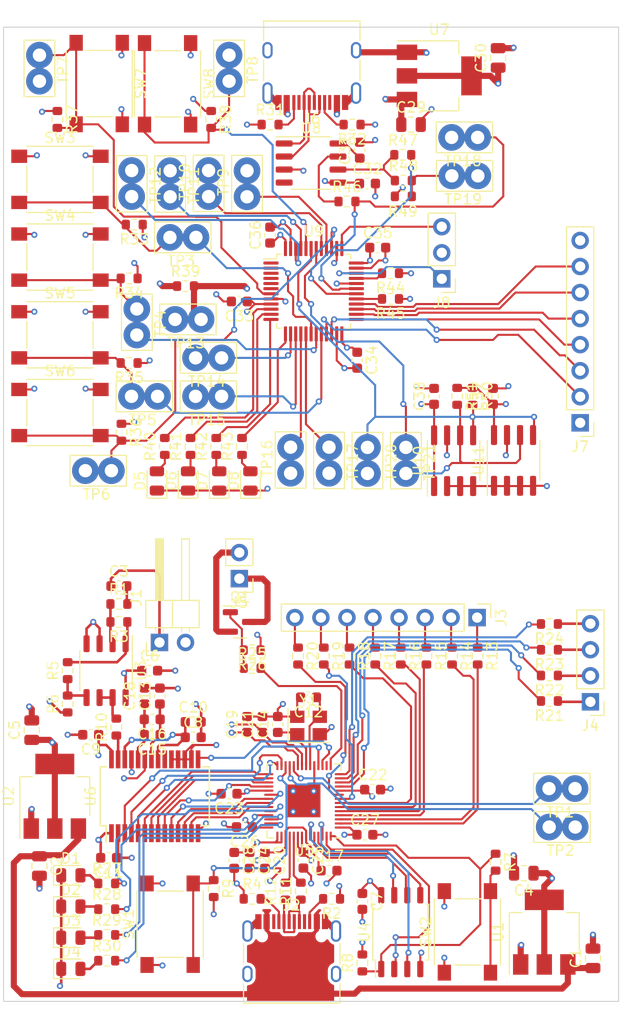
<source format=kicad_pcb>
(kicad_pcb (version 20221018) (generator pcbnew)
  (layers (0 "F.Cu" signal) (1 "In1.Cu" signal) (2 "In2.Cu" signal) (31 "B.Cu" signal) (34 "B.Paste" user) (35 "F.Paste" user) (36 "B.SilkS" user "B.Silkscreen") (37 "F.SilkS" user "F.Silkscreen") (38 "B.Mask" user) (39 "F.Mask" user) (44 "Edge.Cuts" user))
  (net 0 "")
  (net 1 "+5V")
  (net 2 "GND")
  (net 3 "Net-(J1-Pin_1)")
  (net 4 "Net-(C3-Pad2)")
  (net 5 "+3.3V")
  (net 6 "+3.3VA")
  (net 7 "Net-(U6-REFTS)")
  (net 8 "Net-(U5-XIN)")
  (net 9 "Net-(U6-REFTF)")
  (net 10 "Net-(U5-XOUT)")
  (net 11 "Net-(U6-REFBF)")
  (net 12 "+1V1")
  (net 13 "Net-(U8-V3)")
  (net 14 "/Target/VMCU")
  (net 15 "Net-(D1-A)")
  (net 16 "Net-(D2-A)")
  (net 17 "Net-(D3-A)")
  (net 18 "Net-(D4-A)")
  (net 19 "Net-(D5-A)")
  (net 20 "Net-(D6-A)")
  (net 21 "Net-(D7-A)")
  (net 22 "Net-(D8-A)")
  (net 23 "Net-(J2-CC1)")
  (net 24 "D+")
  (net 25 "D-")
  (net 27 "Net-(J2-CC2)")
  (net 29 "Net-(J3-Pin_1)")
  (net 30 "Net-(J3-Pin_2)")
  (net 31 "Net-(J3-Pin_3)")
  (net 32 "Net-(J3-Pin_4)")
  (net 33 "Net-(J3-Pin_5)")
  (net 34 "Net-(J3-Pin_6)")
  (net 35 "Net-(J3-Pin_7)")
  (net 36 "Net-(J3-Pin_8)")
  (net 37 "Net-(J4-Pin_1)")
  (net 38 "Net-(J4-Pin_2)")
  (net 39 "Net-(J4-Pin_3)")
  (net 40 "Net-(J4-Pin_4)")
  (net 41 "Net-(J5-Pin_1)")
  (net 42 "Net-(J6-CC1)")
  (net 43 "Net-(U8-UD+)")
  (net 44 "Net-(U8-UD-)")
  (net 46 "Net-(J6-CC2)")
  (net 48 "Net-(J7-Pin_2)")
  (net 49 "Net-(J7-Pin_3)")
  (net 50 "Net-(J7-Pin_4)")
  (net 51 "Net-(J7-Pin_5)")
  (net 52 "Net-(J7-Pin_6)")
  (net 53 "Net-(J7-Pin_7)")
  (net 54 "/Target/SWDIO")
  (net 55 "/Target/SWCLK")
  (net 56 "Net-(Q1-G)")
  (net 57 "Net-(U3A--)")
  (net 58 "Net-(R3-Pad1)")
  (net 59 "Net-(U3B-+)")
  (net 60 "Net-(U4-~{CS})")
  (net 61 "Net-(R7-Pad2)")
  (net 62 "Net-(U5-RUN)")
  (net 63 "Net-(U6-AIN)")
  (net 64 "Net-(U3B--)")
  (net 65 "Net-(U5-USB_DP)")
  (net 66 "Net-(U5-USB_DM)")
  (net 67 "Net-(U5-GPIO0)")
  (net 68 "Net-(U5-GPIO1)")
  (net 69 "Net-(U5-GPIO2)")
  (net 70 "Net-(U5-GPIO3)")
  (net 71 "Net-(U5-GPIO4)")
  (net 72 "Net-(U5-GPIO5)")
  (net 73 "Net-(U5-GPIO6)")
  (net 74 "Net-(U5-GPIO7)")
  (net 75 "Net-(U5-GPIO8)")
  (net 76 "Net-(U5-GPIO9)")
  (net 77 "Net-(U5-GPIO10)")
  (net 78 "Net-(U5-GPIO11)")
  (net 79 "Net-(U5-GPIO26_ADC0)")
  (net 80 "Net-(U5-GPIO27_ADC1)")
  (net 81 "Net-(U5-GPIO28_ADC2)")
  (net 82 "Net-(U5-GPIO29_ADC3)")
  (net 83 "Net-(U9-PB0)")
  (net 84 "Net-(U9-PB1)")
  (net 85 "Net-(U9-PB2)")
  (net 86 "Net-(U9-PB3)")
  (net 87 "/Target/NRST")
  (net 88 "/Target/BOOT")
  (net 89 "Net-(U9-PA0)")
  (net 90 "Net-(U9-PA1)")
  (net 91 "Net-(U9-PA2)")
  (net 92 "Net-(U9-PA3)")
  (net 93 "Net-(U11-~{WC})")
  (net 94 "Net-(U9-PA12)")
  (net 95 "Net-(U10-~{WC})")
  (net 96 "Net-(U9-PA8)")
  (net 97 "RX")
  (net 98 "Net-(U9-PA9)")
  (net 99 "TX")
  (net 100 "Net-(U9-PA10)")
  (net 101 "Net-(R48-Pad2)")
  (net 102 "SDA")
  (net 103 "SCL")
  (net 104 "Net-(U5-SWCLK)")
  (net 105 "Net-(U5-SWD)")
  (net 106 "Net-(U9-PB4)")
  (net 107 "Net-(U9-PB5)")
  (net 108 "Net-(U9-PB8)")
  (net 109 "Net-(U9-PB9)")
  (net 110 "Net-(U9-PA4)")
  (net 111 "Net-(U9-PA5)")
  (net 112 "Net-(U9-PA6)")
  (net 113 "Net-(U9-PA7)")
  (net 114 "Net-(U4-DO(IO1))")
  (net 115 "Net-(U4-IO2)")
  (net 116 "Net-(U4-DI(IO0))")
  (net 117 "Net-(U4-CLK)")
  (net 118 "Net-(U4-IO3)")
  (net 119 "/Glitcher/CLK")
  (net 120 "/Glitcher/D0")
  (net 121 "/Glitcher/D1")
  (net 122 "/Glitcher/D2")
  (net 123 "/Glitcher/D3")
  (net 124 "/Glitcher/D4")
  (net 125 "/Glitcher/D5")
  (net 126 "/Glitcher/D6")
  (net 127 "/Glitcher/D7")
  (net 128 "/Glitcher/D8")
  (net 129 "/Glitcher/D9")
  (net 130 "/Glitcher/OTR")
  (net 139 "Net-(U5-GPIO12)")
  (footprint "Resistor_SMD:R_0603_1608Metric" (layer "F.Cu") (at 146 115.75 180)
    (fp_text reference "R26")
    (fp_text value "1k")
  )
  (footprint "Button_Switch_SMD:SW_Push_1P1T_NO_6x6mm_H9.5mm" (layer "F.Cu") (at 127.25 92.58)
    (fp_text reference "SW6")
    (fp_text value "SW_Push")
  )
  (footprint "Resistor_SMD:R_0603_1608Metric" (layer "F.Cu") (at 160.695 67.45)
    (fp_text reference "R47")
    (fp_text value "1k")
  )
  (footprint "Resistor_SMD:R_0603_1608Metric" (layer "F.Cu") (at 134 79.5 180)
    (fp_text reference "R34")
    (fp_text value "10k")
  )
  (footprint "Connector_PinHeader_2.54mm:PinHeader_1x04_P2.54mm_Vertical" (layer "F.Cu") (at 179 120.79 180)
    (fp_text reference "J4")
    (fp_text value "OUT")
  )
  (footprint "Resistor_SMD:R_0603_1608Metric" (layer "F.Cu") (at 133.25 94.5 -90)
    (fp_text reference "R36")
    (fp_text value "10k")
  )
  (footprint "Resistor_SMD:R_0603_1608Metric" (layer "F.Cu") (at 152.99 116.325 -90)
    (fp_text reference "R19")
    (fp_text value "270")
  )
  (footprint "LED_SMD:LED_0805_2012Metric" (layer "F.Cu") (at 128.3125 140.75)
    (fp_text reference "D2")
    (fp_text value "LED")
  )
  (footprint "Diode_SMD:D_0805_2012Metric" (layer "F.Cu") (at 145.83 99.25 90)
    (fp_text reference "D8")
    (fp_text value "LED")
  )
  (footprint "Resistor_SMD:R_0603_1608Metric" (layer "F.Cu") (at 131.8125 143.52)
    (fp_text reference "R29")
    (fp_text value "470")
  )
  (footprint "Capacitor_SMD:C_0805_2012Metric" (layer "F.Cu") (at 125.25 136.8 -90)
    (fp_text reference "C2")
    (fp_text value "22uF")
  )
  (footprint "Resistor_SMD:R_0603_1608Metric" (layer "F.Cu") (at 139.99 95.8875 90)
    (fp_text reference "R41")
    (fp_text value "470")
  )
  (footprint "LED_SMD:LED_0805_2012Metric" (layer "F.Cu") (at 128.3125 137.71)
    (fp_text reference "D1")
    (fp_text value "LED")
  )
  (footprint "Resistor_SMD:R_0603_1608Metric" (layer "F.Cu") (at 175 118.22 180)
    (fp_text reference "R22")
    (fp_text value "270")
  )
  (footprint "Button_Switch_SMD:SW_Push_1P1T_NO_6x6mm_H9.5mm" (layer "F.Cu") (at 127.25 69.84)
    (fp_text reference "SW3")
    (fp_text value "SW_Push")
  )
  (footprint "TestPoint:TestPoint_Bridge_Pitch2.54mm_Drill1.3mm" (layer "F.Cu") (at 129.73 98.25)
    (fp_text reference "TP6")
    (fp_text value "TestPoint")
  )
  (footprint "Connector_PinHeader_2.54mm:PinHeader_1x02_P2.54mm_Vertical" (layer "F.Cu") (at 144.75 108.775 180)
    (fp_text reference "J5")
    (fp_text value "Conn_01x02")
  )
  (footprint "Capacitor_SMD:C_0603_1608Metric" (layer "F.Cu") (at 153.5 137.25)
    (fp_text reference "C17")
    (fp_text value "100nF")
  )
  (footprint "Resistor_SMD:R_0603_1608Metric" (layer "F.Cu") (at 168 116.325 -90)
    (fp_text reference "R13")
    (fp_text value "270")
  )
  (footprint "Resistor_SMD:R_0603_1608Metric" (layer "F.Cu") (at 133 113 180)
    (fp_text reference "R3")
    (fp_text value "270")
  )
  (footprint "Resistor_SMD:R_0603_1608Metric" (layer "F.Cu") (at 131.8125 141.01)
    (fp_text reference "R28")
    (fp_text value "470")
  )
  (footprint "Package_TO_SOT_SMD:SOT-23" (layer "F.Cu") (at 144.8125 113)
    (fp_text reference "Q1")
    (fp_text value "DMN3300U")
  )
  (footprint "Package_DFN_QFN:QFN-56-1EP_7x7mm_P0.4mm_EP3.2x3.2mm" (layer "F.Cu") (at 151.0625 130.45 180)
    (fp_text reference "U5")
    (fp_text value "RP2040")
  )
  (footprint "Resistor_SMD:R_0603_1608Metric" (layer "F.Cu") (at 160.75 71.5 180)
    (fp_text reference "R49")
    (fp_text value "2k")
  )
  (footprint "TestPoint:TestPoint_Bridge_Pitch2.54mm_Drill1.3mm" (layer "F.Cu") (at 140.48 91)
    (fp_text reference "TP15")
    (fp_text value "TP")
  )
  (footprint "Package_SO:SOP-8_3.9x4.9mm_P1.27mm" (layer "F.Cu") (at 131.75 117.75 -90)
    (fp_text reference "U3")
    (fp_text value "COS722SR")
  )
  (footprint "TestPoint:TestPoint_Bridge_Pitch2.54mm_Drill1.3mm" (layer "F.Cu") (at 161 98.52 90)
    (fp_text reference "TP21")
    (fp_text value "SCL")
  )
  (footprint "TestPoint:TestPoint_Bridge_Pitch2.54mm_Drill1.3mm" (layer "F.Cu") (at 138 71.54 90)
    (fp_text reference "TP11")
    (fp_text value "TP")
  )
  (footprint "Resistor_SMD:R_0603_1608Metric" (layer "F.Cu") (at 142 64 -90)
    (fp_text reference "R38")
    (fp_text value "10k")
  )
  (footprint "Package_SO:SOIC-8_5.23x5.23mm_P1.27mm" (layer "F.Cu") (at 160.5 143.25 90)
    (fp_text reference "U4")
    (fp_text value "W25Q128JVS")
  )
  (footprint "Connector_USB:USB_C_Receptacle_HRO_TYPE-C-31-M-12" (layer "F.Cu") (at 149.86 146.27)
    (fp_text reference "J2")
    (fp_text value "USB_C_Receptacle_USB2.0")
  )
  (footprint "Resistor_SMD:R_0603_1608Metric" (layer "F.Cu") (at 146 117.5)
    (fp_text reference "R25")
    (fp_text value "10")
  )
  (footprint "Package_TO_SOT_SMD:SOT-223-3_TabPin2" (layer "F.Cu") (at 126.75 130 90)
    (fp_text reference "U2")
    (fp_text value "AMS1117-3.3")
  )
  (footprint "Resistor_SMD:R_0603_1608Metric" (layer "F.Cu") (at 131.8125 146.03)
    (fp_text reference "R30")
    (fp_text value "470")
  )
  (footprint "Resistor_SMD:R_0603_1608Metric" (layer "F.Cu") (at 156.75 146.25 90)
    (fp_text reference "R8")
    (fp_text value "dnf")
  )
  (footprint "Resistor_SMD:R_0603_1608Metric" (layer "F.Cu") (at 134 87.75 180)
    (fp_text reference "R35")
    (fp_text value "10k")
  )
  (footprint "Resistor_SMD:R_0603_1608Metric" (layer "F.Cu") (at 149.25 139.25 90)
    (fp_text reference "R12")
    (fp_text value "27.4")
  )
  (footprint "Capacitor_SMD:C_0603_1608Metric" (layer "F.Cu") (at 163.75 91 90)
    (fp_text reference "C38")
    (fp_text value "100nF")
  )
  (footprint "Resistor_SMD:R_0603_1608Metric" (layer "F.Cu") (at 131.8125 138.5)
    (fp_text reference "R27")
    (fp_text value "470")
  )
  (footprint "Resistor_SMD:R_0603_1608Metric" (layer "F.Cu") (at 128 121 90)
    (fp_text reference "R6")
    (fp_text value "1k")
  )
  (footprint "Diode_SMD:D_0805_2012Metric" (layer "F.Cu") (at 136.71 99.25 90)
    (fp_text reference "D5")
    (fp_text value "LED")
  )
  (footprint "TestPoint:TestPoint_Bridge_Pitch2.54mm_Drill1.3mm" (layer "F.Cu") (at 134.23 91)
    (fp_text reference "TP5")
    (fp_text value "TestPoint")
  )
  (footprint "Capacitor_SMD:C_0603_1608Metric" (layer "F.Cu") (at 157 133.75)
    (fp_text reference "C27")
    (fp_text value "100nF")
  )
  (footprint "Capacitor_SMD:C_0603_1608Metric" (layer "F.Cu") (at 147 123 90)
    (fp_text reference "C21")
    (fp_text value "100nF")
  )
  (footprint "Button_Switch_SMD:SW_Push_1P1T_NO_6x6mm_H9.5mm" (layer "F.Cu") (at 127.25 77.42)
    (fp_text reference "SW4")
    (fp_text value "SW_Push")
  )
  (footprint "Connector_PinHeader_2.54mm:PinHeader_1x02_P2.54mm_Horizontal" (layer "F.Cu") (at 136.96 115 90)
    (fp_text reference "J1")
    (fp_text value "Conn_01x02")
  )
  (footprint "Resistor_SMD:R_0603_1608Metric" (layer "F.Cu") (at 139.5 80.25)
    (fp_text reference "R39")
    (fp_text value "1")
  )
  (footprint "Resistor_SMD:R_0603_1608Metric" (layer "F.Cu") (at 160.5 116.325 -90)
    (fp_text reference "R16")
    (fp_text value "270")
  )
  (footprint "Button_Switch_SMD:SW_Push_1P1T_NO_6x6mm_H9.5mm" (layer "F.Cu") (at 138 142.475 90)
    (fp_text reference "SW1")
    (fp_text value "SW_Push")
  )
  (footprint "Capacitor_SMD:C_0603_1608Metric" (layer "F.Cu") (at 137 120.225 90)
    (fp_text reference "C13")
    (fp_text value "100nF")
  )
  (footprint "Capacitor_SMD:C_0603_1608Metric" (layer "F.Cu") (at 144.75 81.75 180)
    (fp_text reference "C33")
    (fp_text value "100nF")
  )
  (footprint "TestPoint:TestPoint_Bridge_Pitch2.54mm_Drill1.3mm" (layer "F.Cu") (at 143.75 60.27 90)
    (fp_text reference "TP8")
    (fp_text value "TestPoint")
  )
  (footprint "Capacitor_SMD:C_0603_1608Metric" (layer "F.Cu") (at 140.25 122.75)
    (fp_text reference "C10")
    (fp_text value "1uF")
  )
  (footprint "Diode_SMD:D_0805_2012Metric" (layer "F.Cu") (at 142.79 99.25 90)
    (fp_text reference "D7")
    (fp_text value "LED")
  )
  (footprint "Connector_PinHeader_2.54mm:PinHeader_1x08_P2.54mm_Vertical" (layer "F.Cu") (at 167.95 112.575 -90)
    (fp_text reference "J3")
    (fp_text value "IN")
  )
  (footprint "Resistor_SMD:R_0603_1608Metric" (layer "F.Cu") (at 153.75 140 180)
    (fp_text reference "R2")
    (fp_text value "5.1k")
  )
  (footprint "Resistor_SMD:R_0603_1608Metric" (layer "F.Cu") (at 150.75 139.25 90)
    (fp_text reference "R11")
    (fp_text value "27.4")
  )
  (footprint "Capacitor_SMD:C_0603_1608Metric" (layer "F.Cu") (at 157.75 129.35)
    (fp_text reference "C22")
    (fp_text value "100nF")
  )
  (footprint "Resistor_SMD:R_0603_1608Metric" (layer "F.Cu") (at 133 111.25)
    (fp_text reference "R1")
    (fp_text value "27")
  )
  (footprint "Button_Switch_SMD:SW_Push_1P1T_NO_6x6mm_H9.5mm" (layer "F.Cu") (at 131.08 60.5 -90)
    (fp_text reference "SW7")
    (fp_text value "SW_Push")
  )
  (footprint "Capacitor_SMD:C_0603_1608Metric" (layer "F.Cu") (at 133 109.5)
    (fp_text reference "C3")
    (fp_text value "100nF")
  )
  (footprint "Capacitor_SMD:C_0603_1608Metric" (layer "F.Cu") (at 148.5 123 90)
    (fp_text reference "C14")
    (fp_text value "27pF")
  )
  (footprint "Resistor_SMD:R_0603_1608Metric" (layer "F.Cu") (at 155.75 64.5 180)
    (fp_text reference "R32")
    (fp_text value "5.1k")
  )
  (footprint "Button_Switch_SMD:SW_Push_1P1T_NO_6x6mm_H9.5mm" (layer "F.Cu") (at 167 143.225 90)
    (fp_text reference "SW2")
    (fp_text value "SW_Push")
  )
  (footprint "Capacitor_SMD:C_0805_2012Metric" (layer "F.Cu") (at 170 58 90)
    (fp_text reference "C30")
    (fp_text value "22uF")
  )
  (footprint "Capacitor_SMD:C_0603_1608Metric" (layer "F.Cu") (at 135.5 120.225 90)
    (fp_text reference "C18")
    (fp_text value "100nF")
  )
  (footprint "Resistor_SMD:R_0603_1608Metric" (layer "F.Cu") (at 146 140)
    (fp_text reference "R4")
    (fp_text value "5.1k")
  )
  (footprint "Button_Switch_SMD:SW_Push_1P1T_NO_6x6mm_H9.5mm" (layer "F.Cu") (at 137.75 60.525 -90)
    (fp_text reference "SW8")
    (fp_text value "SW_Push")
  )
  (footprint "Resistor_SMD:R_0603_1608Metric" (layer "F.Cu") (at 132.75 123.25 90)
    (fp_text reference "R10")
    (fp_text value "10")
  )
  (footprint "Capacitor_SMD:C_0603_1608Metric" (layer "F.Cu") (at 147.75 75.275 90)
    (fp_text reference "C36")
    (fp_text value "100nF")
  )
  (footprint "Capacitor_SMD:C_0603_1608Metric" (layer "F.Cu") (at 169.5 91 90)
    (fp_text reference "C37")
    (fp_text value "100nF")
  )
  (footprint "TestPoint:TestPoint_Bridge_Pitch2.54mm_Drill1.3mm" (layer "F.Cu") (at 134.75 85.02 90)
    (fp_text reference "TP4")
    (fp_text value "TestPoint")
  )
  (footprint "Capacitor_SMD:C_0603_1608Metric" (layer "F.Cu") (at 145.25 133 180)
    (fp_text reference "C26")
    (fp_text value "100nF")
  )
  (footprint "Resistor_SMD:R_0603_1608Metric" (layer "F.Cu") (at 165.5 116.325 -90)
    (fp_text reference "R14")
    (fp_text value "270")
  )
  (footprint "TestPoint:TestPoint_Bridge_Pitch2.54mm_Drill1.3mm" (layer "F.Cu") (at 140.48 87.25)
    (fp_text reference "TP14")
    (fp_text value "TP")
  )
  (footprint "Package_SO:SOIC-8_3.9x4.9mm_P1.27mm" (layer "F.Cu") (at 165.655 97.275 90)
    (fp_text reference "U10")
    (fp_text value "AIP24C02ASA8")
  )
  (footprint "Connector_PinHeader_2.54mm:PinHeader_1x08_P2.54mm_Vertical" (layer "F.Cu") (at 178 93.58 180)
    (fp_text reference "J7")
    (fp_text value "Conn_01x08")
  )
  (footprint "Resistor_SMD:R_0603_1608Metric" (layer "F.Cu") (at 158.01 116.325 -90)
    (fp_text reference "R17")
    (fp_text value "270")
  )
  (footprint "TestPoint:TestPoint_Bridge_Pitch2.54mm_Drill1.3mm" (layer "F.Cu") (at 145.5 69 -90)
    (fp_text reference "TP9")
    (fp_text value "TP")
  )
  (footprint "Resistor_SMD:R_0603_1608Metric" (layer "F.Cu") (at 145.01 95.8875 90)
    (fp_text reference "R43")
    (fp_text value "470")
  )
  (footprint "Resistor_SMD:R_0603_1608Metric" (layer "F.Cu") (at 159.5 81.5 180)
    (fp_text reference "R45")
    (fp_text value "1k")
  )
  (footprint "Capacitor_SMD:C_0603_1608Metric" (layer "F.Cu") (at 156.5 67 90)
    (fp_text reference "C31")
    (fp_text value "100nF")
  )
  (footprint "Connector_PinHeader_2.54mm:PinHeader_1x03_P2.54mm_Vertical" (layer "F.Cu") (at 164.5 79.54 180)
    (fp_text reference "J8")
    (fp_text value "Conn_01x03")
  )
  (footprint "Capacitor_SMD:C_0805_2012Metric" (layer "F.Cu") (at 179.25 145.8 90)
    (fp_text reference "C1")
    (fp_text value "22uF")
  )
  (footprint "Capacitor_SMD:C_0603_1608Metric" (layer "F.Cu") (at 145.75 136.25 -90)
    (fp_text reference "C24")
    (fp_text value "100nF")
  )
  (footprint "Crystal:Crystal_SMD_3225-4Pin_3.2x2.5mm" (layer "F.Cu") (at 151.5 123.1)
    (fp_text reference "Y1")
    (fp_text value "12MHz")
  )
  (footprint "Capacitor_SMD:C_0603_1608Metric" (layer "F.Cu") (at 136.25 124 180)
    (fp_text reference "C15")
    (fp_text value "100nF")
  )
  (footprint "Capacitor_SMD:C_0603_1608Metric" (layer "F.Cu") (at 156.25 87.475 -90)
    (fp_text reference "C34")
    (fp_text value "100nF")
  )
  (footprint "TestPoint:TestPoint_Bridge_Pitch2.54mm_Drill1.3mm" (layer "F.Cu") (at 157.25 98.52 90)
    (fp_text reference "TP20")
    (fp_text value "SDA")
  )
  (footprint "Resistor_SMD:R_0603_1608Metric" (layer "F.Cu") (at 163 116.325 -90)
    (fp_text reference "R15")
    (fp_text value "270")
  )
  (footprint "Package_SO:SOIC-8_3.9x4.9mm_P1.27mm" (layer "F.Cu") (at 171.5 97.25 90)
    (fp_text reference "U11")
    (fp_text value "AIP24C02ASA8")
  )
  (footprint "Resistor_SMD:R_0603_1608Metric" (layer "F.Cu") (at 175 120.71 180)
    (fp_text reference "R21")
    (fp_text value "270")
  )
  (footprint "Resistor_SMD:R_0603_1608Metric" (layer "F.Cu") (at 167.5 91 -90)
    (fp_text reference "R50")
    (fp_text value "4.7k")
  )
  (footprint "Capacitor_SMD:C_0603_1608Metric" (layer "F.Cu") (at 136 117.75)
    (fp_text reference "C6")
    (fp_text value "100nF")
  )
  (footprint "Package_QFP:LQFP-48_7x7mm_P0.5mm" (layer "F.Cu") (at 152 80.75)
    (fp_text reference "U9")
    (fp_text value "STM32F103C8Tx")
  )
  (footprint "Capacitor_SMD:C_0603_1608Metric" (layer "F.Cu") (at 144.25 136.25 -90)
    (fp_text reference "C28")
    (fp_text value "1uF")
  )
  (footprint "Capacitor_SMD:C_0805_2012Metric" (layer "F.Cu") (at 172.5 137.5 180)
    (fp_text reference "C4")
    (fp_text value "22uF")
  )
  (footprint "Resistor_SMD:R_0603_1608Metric" (layer "F.Cu") (at 175 113.2 180)
    (fp_text reference "R24")
    (fp_text value "270")
  )
  (footprint "TestPoint:TestPoint_Bridge_Pitch2.54mm_Drill1.3mm" (layer "F.Cu") (at 141.75 68.98 -90)
    (fp_text reference "TP10")
    (fp_text value "TP")
  )
  (footprint "Capacitor_SMD:C_0805_2012Metric" (layer "F.Cu") (at 161.5 64.5)
    (fp_text reference "C29")
    (fp_text value "22uF")
  )
  (footprint "Resistor_SMD:R_0603_1608Metric" (layer "F.Cu") (at 159.5 79 180)
    (fp_text reference "R44")
    (fp_text value "1k")
  )
  (footprint "Resistor_SMD:R_0603_1608Metric" (layer "F.Cu") (at 160.75 69.96)
    (fp_text reference "R48")
    (fp_text value "1k")
  )
  (footprint "Capacitor_SMD:C_0603_1608Metric" (layer "F.Cu") (at 145.5 123 90)
    (fp_text reference "C19")
    (fp_text value "100nF")
  )
  (footprint "Package_TO_SOT_SMD:SOT-223-3_TabPin2" (layer "F.Cu") (at 174.5 143.25 90)
    (fp_text reference "U1")
    (fp_text value "AMS1117-3.3")
  )
  (footprint "TestPoint:TestPoint_Bridge_Pitch2.54mm_Drill1.3mm" (layer "F.Cu") (at 149.75 95.96 -90)
    (fp_text reference "TP16")
    (fp_text value "TP")
  )
  (footprint "Resistor_SMD:R_0603_1608Metric" (layer "F.Cu") (at 142.5 95.8875 90)
    (fp_text reference "R42")
    (fp_text value "470")
  )
  (footprint "Resistor_SMD:R_0603_1608Metric" (layer "F.Cu") (at 166 91 -90)
    (fp_text reference "R51")
    (fp_text value "4.7k")
  )
  (footprint "Capacitor_SMD:C_0603_1608Metric" (layer "F.Cu") (at 151 136.225 -90)
    (fp_text reference "C25")
    (fp_text value "100nF")
  )
  (footprint "Resistor_SMD:R_0603_1608Metric" (layer "F.Cu") (at 142.25 139 -90)
    (fp_text reference "R9")
    (fp_text value "1k")
  )
  (footprint "Diode_SMD:D_0805_2012Metric" (layer "F.Cu") (at 139.75 99.25 90)
    (fp_text reference "D6")
    (fp_text value "LED")
  )
  (footprint "Resistor_SMD:R_0603_1608Metric" (layer "F.Cu") (at 147.75 64.5)
    (fp_text reference "R31")
    (fp_text value "5.1k")
  )
  (footprint "Resistor_SMD:R_0603_1608Metric" (layer "F.Cu") (at 137.48 95.8875 90)
    (fp_text reference "R40")
    (fp_text value "470")
  )
  (footprint "Capacitor_SMD:C_0603_1608Metric" (layer "F.Cu") (at 147.25 136.25 -90)
    (fp_text reference "C20")
    (fp_text value "1uF")
  )
  (footprint "LED_SMD:LED_0805_2012Metric" (layer "F.Cu") (at 128.3125 143.79)
    (fp_text reference "D3")
    (fp_text value "LED")
  )
  (footprint "Resistor_SMD:R_0603_1608Metric" (layer "F.Cu") (at 150.48 116.325 -90)
    (fp_text reference "R20")
    (fp_text value "270")
  )
  (footprint "Resistor_SMD:R_0603_1608Metric" (layer "F.Cu") (at 128 117.75 90)
    (fp_text reference "R5")
    (fp_text value "1k")
  )
  (footprint "Resistor_SMD:R_0603_1608Metric" (layer "F.Cu") (at 175 115.71 180)
    (fp_text reference "R23")
    (fp_text value "270")
  )
  (footprint "Resistor_SMD:R_0603_1608Metric" (layer "F.Cu") (at 169.75 136.425 -90)
    (fp_text reference "R7")
    (fp_text value "1k")
  )
  (footprint "TestPoint:TestPoint_Bridge_Pitch2.54mm_Drill1.3mm" (layer "F.Cu") (at 125.25 60.27 90)
    (fp_text reference "TP7")
    (fp_text value "TestPoint")
  )
  (footprint "TestPoint:TestPoint_Bridge_Pitch2.54mm_Drill1.3mm" (layer "F.Cu") (at 174.98 133)
    (fp_text reference "TP2")
    (fp_text value "TestPoint")
  )
  (footprint "Resistor_SMD:R_0603_1608Metric" (layer "F.Cu") (at 155.5 116.325 -90)
    (fp_text reference "R18")
    (fp_text value "270")
  )
  (footprint "TestPoint:TestPoint_Bridge_Pitch2.54mm_Drill1.3mm" (layer "F.Cu") (at 138.48 83.5)
    (fp_text reference "TP13")
    (fp_text value "VMCU")
  )
  (footprint "TestPoint:TestPoint_Bridge_Pitch2.54mm_Drill1.3mm" (layer "F.Cu") (at 153.5 98.5 90)
    (fp_text reference "TP17")
    (fp_text value "TP")
  )
  (footprint "Capacitor_SMD:C_0603_1608Metric" (layer "F.Cu") (at 156.75 140.25 -90)
    (fp_text reference "C7")
    (fp_text value "100nF")
  )
  (footprint "Button_Switch_SMD:SW_Push_1P1T_NO_6x6mm_H9.5mm" (layer "F.Cu") (at 127.25 85)
    (fp_text reference "SW5")
    (fp_text value "SW_Push")
  )
  (footprint "Resistor_SMD:R_0603_1608Metric" (layer "F.Cu") (at 127 64 -90)
    (fp_text reference "R37")
    (fp_text value "10k")
  )
  (footprint "Resistor_SMD:R_0603_1608Metric" (layer "F.Cu") (at 155.25 72)
    (fp_text reference "R46")
    (fp_text value "1k")
  )
  (footprint "Capacitor_SMD:C_0603_1608Metric" (layer "F.Cu") (at 130.25 124 180)
    (fp_text reference "C9")
    (fp_text value "100nF")
  )
  (footprint "Capacitor_SMD:C_0603_1608Metric" (layer "F.Cu") (at 136.25 122.5 180)
    (fp_text reference "C16")
    (fp_text value "10uF")
  )
  (footprint "Capacitor_SMD:C_0603_1608Metric" (layer "F.Cu") (at 132 136 180)
    (fp_text reference "C11")
    (fp_text value "100nF")
  )
  (footprint "LED_SMD:LED_0805_2012Metric" (layer "F.Cu") (at 128.3125 146.83)
    (fp_text reference "D4")
    (fp_text value "LED")
  )
  (footprint "TestPoint:TestPoint_Bridge_Pitch2.54mm_Drill1.3mm" (layer "F.Cu") (at 134.25 71.52 90)
    (fp_text reference "TP12")
    (fp_text value "TP")
  )
  (footprint "TestPoint:TestPoint_Bridge_Pitch2.54mm_Drill1.3mm" (layer "F.Cu") (at 165.48 69.5)
    (fp_text reference "TP19")
    (fp_text value "TX")
  )
  (footprint "TestPoint:TestPoint_Bridge_Pitch2.54mm_Drill1.3mm" (layer "F.Cu") (at 165.46 65.75)
    (fp_text reference "TP18")
    (fp_text value "RX")
  )
  (footprint "Capacitor_SMD:C_0603_1608Metric" (layer "F.Cu") (at 151.5 120.35 180)
    (fp_text reference "C12")
    (fp_text value "27pF")
  )
  (footprint "Package_SO:SOP-8_3.9x4.9mm_P1.27mm" (layer "F.Cu") (at 151.75 68.25)
    (fp_text reference "U8")
    (fp_text value "CH340N")
  )
  (footprint "Connector_USB:USB_C_Receptacle_HRO_TYPE-C-31-M-12" (layer "F.Cu") (at 151.82 58.3 180)
    (fp_text reference "J6")
    (fp_text value "USB_C_Receptacle_USB2.0")
  )
  (footprint "TestPoint:TestPoint_Bridge_Pitch2.54mm_Drill1.3mm" (layer "F.Cu") (at 174.96 129.25)
    (fp_text reference "TP1")
    (fp_text value "TestPoint")
  )
  (footprint "Resistor_SMD:R_0603_1608Metric" (layer "F.Cu") (at 134.5 74.25 180)
    (fp_text reference "R33")
    (fp_text value "10k")
  )
  (footprint "Package_SO:SSOP-28_5.3x10.2mm_P0.65mm" (layer "F.Cu") (at 136.5 130 90)
    (fp_text reference "U6")
    (fp_text value "MS9280")
  )
  (footprint "Package_TO_SOT_SMD:SOT-223-3_TabPin2" (layer "F.Cu") (at 164.25 59.75)
    (fp_text reference "U7")
    (fp_text value "AMS1117-3.3")
  )
  (footprint "TestPoint:TestPoint_Bridge_Pitch2.54mm_Drill1.3mm" (layer "F.Cu") (at 137.98 75.5)
    (fp_text reference "TP3")
    (fp_text value "TestPoint")
  )
  (footprint "Capacitor_SMD:C_0805_2012Metric" (layer "F.Cu") (at 124.5 123.55 90)
    (fp_text reference "C5")
    (fp_text value "22uF")
  )
  (footprint "Capacitor_SMD:C_0603_1608Metric" (layer "F.Cu") (at 140.25 124.25)
    (fp_text reference "C8")
    (fp_text value "100nF")
  )
  (footprint "Capacitor_SMD:C_0603_1608Metric" (layer "F.Cu") (at 158.25 76.5)
    (fp_text reference "C35")
    (fp_text value "100nF")
  )
  (footprint "Capacitor_SMD:C_0603_1608Metric" (layer "F.Cu") (at 157.25 70.25)
    (fp_text reference "C32")
    (fp_text value "100nF")
  )
  (footprint "Capacitor_SMD:C_0603_1608Metric" (layer "F.Cu") (at 143.75 129.75 180)
    (fp_text reference "C23")
    (fp_text value "100nF")
  )
  (gr_rect (start 121.75 55) (end 181.75 150) (stroke (width 0.1)) (fill none) (layer "Edge.Cuts"))
  (segment (start 156 149.25) (end 153 149.25) (width 0.6) (layer "F.Cu") (net 1))
  (segment (start 122.75 136.5) (end 122.75 148.5) (width 0.6) (layer "F.Cu") (net 1))
  (segment (start 129.7 149.3) (end 146.2 149.3) (width 0.6) (layer "F.Cu") (net 1))
  (segment (start 153.2545 70.155) (end 153.0995 70) (width 0.2) (layer "F.Cu") (net 1))
  (segment (start 176.8 146.4) (end 176.8 148.2) (width 0.6) (layer "F.Cu") (net 1))
  (segment (start 154.27 62.345) (end 154.27 63.5) (width 0.6) (layer "F.Cu") (net 1))
  (segment (start 125.25 135.85) (end 123.4 135.85) (width 0.6) (layer "F.Cu") (net 1))
  (segment (start 125.35 135.75) (end 125.25 135.85) (width 0.6) (layer "F.Cu") (net 1))
  (segment (start 123.5 149.25) (end 123.55 149.3) (width 0.6) (layer "F.Cu") (net 1))
  (segment (start 123.55 149.3) (end 129 149.3) (width 0.6) (layer "F.Cu") (net 1))
  (segment (start 177.15 146.75) (end 176.8 146.4) (width 0.6) (layer "F.Cu") (net 1))
  (segment (start 149.37 62.345) (end 149.37 63.3995) (width 0.6) (layer "F.Cu") (net 1))
  (segment (start 154.375 70.155) (end 156.38 70.155) (width 0.2) (layer "F.Cu") (net 1))
  (segment (start 160.55 62.6) (end 161.1 62.05) (width 0.6) (layer "F.Cu") (net 1))
  (segment (start 129.05 133.15) (end 129.05 134.2) (width 0.6) (layer "F.Cu") (net 1))
  (segment (start 159.05 62.05) (end 159 62) (width 0.6) (layer "F.Cu") (net 1))
  (segment (start 123.4 135.85) (end 122.75 136.5) (width 0.6) (layer "F.Cu") (net 1))
  (segment (start 160.55 64.5) (end 160.55 62.6) (width 0.6) (layer "F.Cu") (net 1))
  (segment (start 179.25 146.75) (end 177.15 146.75) (width 0.6) (layer "F.Cu") (net 1))
  (segment (start 156.38 70.155) (end 156.475 70.25) (width 0.2) (layer "F.Cu") (net 1))
  (segment (start 161.1 62.05) (end 159.05 62.05) (width 0.6) (layer "F.Cu") (net 1))
  (segment (start 154.375 70.155) (end 153.2545 70.155) (width 0.2) (layer "F.Cu") (net 1))
  (segment (start 122.75 148.5) (end 123.5 149.25) (width 0.6) (layer "F.Cu") (net 1))
  (segment (start 129 149.3) (end 129.7 149.3) (width 0.6) (layer "F.Cu") (net 1))
  (segment (start 176.8 148.2) (end 176.25 148.75) (width 0.6) (layer "F.Cu") (net 1))
  (segment (start 127.5 135.75) (end 125.35 135.75) (width 0.6) (layer "F.Cu") (net 1))
  (segment (start 156.5 148.75) (end 156 149.25) (width 0.6) (layer "F.Cu") (net 1))
  (segment (start 129.05 134.2) (end 127.5 135.75) (width 0.6) (layer "F.Cu") (net 1))
  (segment (start 146.2 149.3) (end 146.25 149.25) (width 0.6) (layer "F.Cu") (net 1))
  (segment (start 176.25 148.75) (end 156.5 148.75) (width 0.6) (layer "F.Cu") (net 1))
  (segment (start 149.37 63.3995) (end 149.4705 63.5) (width 0.6) (layer "F.Cu") (net 1))
  (via (at 154.27 63.5) (size 0.6) (drill 0.3) (layers "F.Cu" "B.Cu") (net 1))
  (via (at 149.4705 63.5) (size 0.6) (drill 0.3) (layers "F.Cu" "B.Cu") (net 1))
  (via (at 153.0995 70) (size 0.6) (drill 0.3) (layers "F.Cu" "B.Cu") (net 1))
  (via (at 159 62) (size 0.6) (drill 0.3) (layers "F.Cu" "B.Cu") (net 1))
  (segment (start 131.225 134.475) (end 131 134.25) (width 0.25) (layer "F.Cu") (net 2))
  (segment (start 141.025 124.25) (end 141.025 122.75) (width 0.25) (layer "F.Cu") (net 2))
  (segment (start 154.025 137) (end 154.025 137.725) (width 0.2) (layer "F.Cu") (net 2))
  (segment (start 135.325 75.325) (end 135.5 75.5) (width 0.2) (layer "F.Cu") (net 2))
  (segment (start 156.5 66.225) (end 157.775 66.225) (width 0.2) (layer "F.Cu") (net 2))
  (segment (start 138.125 126.4) (end 140.075 126.4) (width 0.2) (layer "F.Cu") (net 2))
  (segment (start 134.225 126.4) (end 134.225 127.6255) (width 0.2) (layer "F.Cu") (net 2))
  (segment (start 148.5 74.5) (end 149 74) (width 0.2) (layer "F.Cu") (net 2))
  (segment (start 143.2005 81.75) (end 142.5 81.0495) (width 0.2) (layer "F.Cu") (net 2))
  (segment (start 154.025 137.725) (end 153.25 138.5) (width 0.2) (layer "F.Cu") (net 2))
  (segment (start 159 77.75) (end 159 76.525) (width 0.2) (layer "F.Cu") (net 2))
  (segment (start 156.34 57.45) (end 156.14 57.25) (width 0.6) (layer "F.Cu") (net 2))
  (segment (start 172.2 146.4) (end 172.2 144.55) (width 0.6) (layer "F.Cu") (net 2))
  (segment (start 151 137) (end 151.75 137.75) (width 0.2) (layer "F.Cu") (net 2))
  (segment (start 153.05 123.95) (end 153.75 123.25) (width 0.2) (layer "F.Cu") (net 2))
  (segment (start 135.75 138.5) (end 137.25 138.5) (width 0.2) (layer "F.Cu") (net 2))
  (segment (start 127.375 137.71) (end 127.375 148.375) (width 0.25) (layer "F.Cu") (net 2))
  (segment (start 146.61 142.225) (end 146.455 142.225) (width 0.6) (layer "F.Cu") (net 2))
  (segment (start 154.25 84.9125) (end 154.25 87.5) (width 0.2) (layer "F.Cu") (net 2))
  (segment (start 138.7 119.45) (end 138.75 119.5) (width 0.25) (layer "F.Cu") (net 2))
  (segment (start 157.598529 78.5) (end 158.1 77.998529) (width 0.2) (layer "F.Cu") (net 2))
  (segment (start 159.925 71.409947) (end 160.696258 70.638689) (width 0.2) (layer "F.Cu") (net 2))
  (segment (start 158.525 129.35) (end 159.4 129.35) (width 0.2) (layer "F.Cu") (net 2))
  (segment (start 147.3125 100.1875) (end 147.5 100) (width 0.2) (layer "F.Cu") (net 2))
  (segment (start 140.075 126.4) (end 140.075 125.325) (width 0.2) (layer "F.Cu") (net 2))
  (segment (start 173.405 99.725) (end 174.725 99.725) (width 0.2) (layer "F.Cu") (net 2))
  (segment (start 135.75 87.75) (end 136 87.5) (width 0.2) (layer "F.Cu") (net 2))
  (segment (start 172.2 144.55) (end 172.25 144.5) (width 0.6) (layer "F.Cu") (net 2))
  (segment (start 148.5 122.225) (end 150.375 122.225) (width 0.2) (layer "F.Cu") (net 2))
  (segment (start 135.75 146.45) (end 137.2 146.45) (width 0.2) (layer "F.Cu") (net 2))
  (segment (start 169.5 90.225) (end 170.775 90.225) (width 0.2) (layer "F.Cu") (net 2))
  (segment (start 124.5 122.6) (end 124.5 121.5) (width 0.6) (layer "F.Cu") (net 2))
  (segment (start 131.115 113.615) (end 130.5 113) (width 0.25) (layer "F.Cu") (net 2))
  (segment (start 148.75 137.025) (end 148.75 137.25) (width 0.2) (layer "F.Cu") (net 2))
  (segment (start 124.45 131.3) (end 124.5 131.25) (width 0.6) (layer "F.Cu") (net 2))
  (segment (start 145.83 100.1875) (end 147.3125 100.1875) (width 0.2) (layer "F.Cu") (net 2))
  (segment (start 139.425 125.75) (end 140.175 125) (width 0.2) (layer "F.Cu") (net 2))
  (segment (start 128 121.825) (end 127.325 121.825) (width 0.25) (layer "F.Cu") (net 2))
  (segment (start 163.75 90.225) (end 162.225 90.225) (width 0.2) (layer "F.Cu") (net 2))
  (segment (start 144.475 133) (end 143.6005 133) (width 0.2) (layer "F.Cu") (net 2))
  (segment (start 171.45 57.05) (end 171.5 57) (width 0.6) (layer "F.Cu") (net 2))
  (segment (start 135.325 74.25) (end 135.325 75.325) (width 0.2) (layer "F.Cu") (net 2))
  (segment (start 142.5 106.75) (end 143.015 106.235) (width 0.6) (layer "F.Cu") (net 2))
  (segment (start 132.275 133.6) (end 131.65 133.6) (width 0.25) (layer "F.Cu") (net 2))
  (segment (start 162.95 57.45) (end 163 57.5) (width 0.6) (layer "F.Cu") (net 2))
  (segment (start 170 57.05) (end 171.45 57.05) (width 0.6) (layer "F.Cu") (net 2))
  (segment (start 153.11 142.225) (end 153.265 142.225) (width 0.6) (layer "F.Cu") (net 2))
  (segment (start 147 122.225) (end 148.5 122.225) (width 0.2) (layer "F.Cu") (net 2))
  (segment (start 156.575 64.5) (end 158 64.5) (width 0.2) (layer "F.Cu") (net 2))
  (segment (start 158.025 71.475) (end 158 71.5) (width 0.2) (layer "F.Cu") (net 2))
  (segment (start 149 81.5) (end 149.25 81.75) (width 0.2) (layer "F.Cu") (net 2))
  (segment (start 170.775 90.225) (end 171 90) (width 0.2) (layer "F.Cu") (net 2))
  (segment (start 157.775 66.225) (end 158 66) (width 0.2) (layer "F.Cu") (net 2))
  (segment (start 133.33 56.525) (end 133.33 57.67) (width 0.2) (layer "F.Cu") (net 2))
  (segment (start 147.25 137.025) (end 145.75 137.025) (width 0.2) (layer "F.Cu") (net 2))
  (segment (start 124.45 133.15) (end 124.45 131.3) (width 0.6) (layer "F.Cu") (net 2))
  (segment (start 144.25 137.025) (end 144.25 138.25) (width 0.2) (layer "F.Cu") (net 2))
  (segment (start 125.25 137.75) (end 125.25 139) (width 0.6) (layer "F.Cu") (net 2))
  (segment (start 155.225 62.345) (end 156.14 61.43) (width 0.6) (layer "F.Cu") (net 2))
  (segment (start 135.5 119.45) (end 137 119.45) (width 0.25) (layer "F.Cu") (net 2))
  (segment (start 149.75 76.5875) (end 149.75 74.75) (width 0.2) (layer "F.Cu") (net 2))
  (segment (start 133.25 93.675) (end 134.325 93.675) (width 0.2) (layer "F.Cu") (net 2))
  (segment (start 143.6005 133) (end 143.25 132.6495) (width 0.2) (layer "F.Cu") (net 2))
  (segment (start 171.55 135.8) (end 171.5 135.75) (width 0.6) (layer "F.Cu") (net 2))
  (segment (start 129.475 124) (end 128 124) (width 0.25) (layer "F.Cu") (net 2))
  (segment (start 161.1 57.45) (end 162.95 57.45) (width 0.6) (layer "F.Cu") (net 2))
  (segment (start 144.25 138.25) (end 144.5 138.5) (width 0.2) (layer "F.Cu") (net 2))
  (segment (start 150.4 122.25) (end 150.4 120.675) (width 0.2) (layer "F.Cu") (net 2))
  (segment (start 145.5 122.225) (end 147 122.225) (width 0.2) (layer "F.Cu") (net 2))
  (segment (start 136.71 100.1875) (end 145.83 100.1875) (width 0.2) (layer "F.Cu") (net 2))
  (segment (start 173.38 99.75) (end 173.405 99.725) (width 0.2) (layer "F.Cu") (net 2))
  (segment (start 162.45 64.05) (end 163.5 63) (width 0.2) (layer "F.Cu") (net 2))
  (segment (start 165.02 99.75) (end 173.38 99.75) (width 0.2) (layer "F.Cu") (net 2))
  (segment (start 148.75 137.25) (end 147.75 138.25) (width 0.2) (layer "F.Cu") (net 2))
  (segment (start 134.825 87.75) (end 135.75 87.75) (width 0.2) (layer "F.Cu") (net 2))
  (segment (start 164.75 147.2) (end 164.75 145.75) (width 0.2) (layer "F.Cu") (net 2))
  (segment (start 141.75 129.75) (end 142.975 129.75) (width 0.2) (layer "F.Cu") (net 2))
  (segment (start 149.125 68.885) (end 150.885 68.885) (width 0.2) (layer "F.Cu") (net 2))
  (segment (start 146.925 64.5) (end 145.5 64.5) (width 0.2) (layer "F.Cu") (net 2))
  (segment (start 136.775 117.75) (end 138.5 117.75) (width 0.25) (layer "F.Cu") (net 2))
  (segment (start 162.45 64.5) (end 162.45 64.05) (width 0.2) (layer "F.Cu") (net 2))
  (segment (start 142.7 113.95) (end 142.5 113.75) (width 0.6) (layer "F.Cu") (net 2))
  (segment (start 152.0625 129.4375) (end 152 129.5) (width 0.2) (layer "F.Cu") (net 2))
  (segment (start 154.25 87.5) (end 155 88.25) (width 0.2) (layer "F.Cu") (net 2))
  (segment (start 139.425 126.4) (end 139.425 125.75) (width 0.2) (layer "F.Cu") (net 2))
  (segment (start 148.5 121.5) (end 149 121) (width 0.2) (layer "F.Cu") (net 2))
  (segment (start 161.1 57.45) (end 156.34 57.45) (width 0.6) (layer "F.Cu") (net 2))
  (segment (start 134.825 78.325) (end 134.5 78) (width 0.2) (layer "F.Cu") (net 2))
  (segment (start 146.825 114.575) (end 146.5 114.25) (width 0.2) (layer "F.Cu") (net 2))
  (segment (start 152.6 123.95) (end 153.05 123.95) (width 0.2) (layer "F.Cu") (net 2))
  (segment (start 134.325 93.675) (end 134.5 93.5) (width 0.2) (layer "F.Cu") (net 2))
  (segment (start 140.075 125.325) (end 140.4 125) (width 0.2) (layer "F.Cu") (net 2))
  (segment (start 171.55 137.5) (end 171.55 135.8) (width 0.6) (layer "F.Cu") (net 2))
  (segment (start 148.57 62.345) (end 148.415 62.345) (width 0.6) (layer "F.Cu") (net 2))
  (segment (start 141.025 122.75) (end 141.025 121.525) (width 0.25) (layer "F.Cu") (net 2))
  (segment (start 141.025 121.525) (end 140.5 121) (width 0.25) (layer "F.Cu") (net 2))
  (segment (start 131.115 115.125) (end 131.115 113.615) (width 0.25) (layer "F.Cu") (net 2))
  (segment (start 162.405 146.85) (end 162.405 145.345) (width 0.2) (layer "F.Cu") (net 2))
  (segment (start 142 63.175) (end 141.425 63.175) (width 0.2) (layer "F.Cu") (net 2))
  (segment (start 150.885 68.885) (end 151 69) (width 0.2) (layer "F.Cu") (net 2))
  (segment (start 140.725 133.4245) (end 141.5 132.6495) (width 0.2) (layer "F.Cu") (net 2))
  (segment (start 158.025 70.25) (end 158.025 71.475) (width 0.2) (layer "F.Cu") (net 2))
  (segment (start 150.375 122.225) (end 150.4 122.25) (width 0.2) (layer "F.Cu") (net 2))
  (segment (start 137 119.45) (end 138.7 119.45) (width 0.25) (layer "F.Cu") (net 2))
  (segment (start 133.33 64.475) (end 133.33 63.08) (width 0.2) (layer "F.Cu") (net 2))
  (segment (start 133.33 57.67) (end 133.25 57.75) (width 0.2) (layer "F.Cu") (net 2))
  (segment (start 124.5 121.5) (end 124.25 121.25) (width 0.6) (layer "F.Cu") (net 2))
  (segment (start 156.1625 78.5) (end 157.598529 78.5) (width 0.2) (layer "F.Cu") (net 2))
  (segment (start 134.225 127.6255) (end 134.25 127.6505) (width 0.2) (layer "F.Cu") (net 2))
  (segment (start 153.265 142.225) (end 154.18 143.14) (width 0.6) (layer "F.Cu") (net 2))
  (segment (start 164.75 139.25) (end 164.75 140.75) (width 0.2) (layer "F.Cu") (net 2))
  (segment (start 159.4 129.35) (end 159.5 129.25) (width 0.2) (layer "F.Cu") (net 2))
  (segment (start 157.775 133.75) (end 159 133.75) (width 0.2) (layer "F.Cu") (net 2))
  (segment (start 129.845 115.125) (end 129.845 113.655) (width 0.25) (layer "F.Cu") (net 2))
  (segment (start 174.725 99.725) (end 174.75 99.75) (width 0.2) (layer "F.Cu") (net 2))
  (segment (start 147.75 74.5) (end 148.5 74.5) (width 0.2) (layer "F.Cu") (net 2))
  (segment (start 140.175 125) (end 142.5 125) (width 0.2) (layer "F.Cu") (net 2))
  (segment (start 142.5 113.75) (end 142.5 106.75) (width 0.6) (layer "F.Cu") (net 2))
  (segment (start 148.5 122.225) (end 148.5 121.5) (width 0.2) (layer "F.Cu") (net 2))
  (segment (start 127.325 121.825) (end 126.25 120.75) (width 0.25) (layer "F.Cu") (net 2))
  (segment (start 146.455 142.225) (end 145.54 143.14) (width 0.6) (layer "F.Cu") (net 2))
  (segment (start 162.225 90.225) (end 162 90) (width 0.2) (layer "F.Cu") (net 2))
  (segment (start 140.725 133.6) (end 140.725 133.4245) (width 0.2) (layer "F.Cu") (net 2))
  (segment (start 156.75 141.025) (end 156.75 142.25) (width 0.2) (layer "F.Cu") (net 2))
  (segment (start 179.25 144.85) (end 179.25 143.5) (width 0.6) (layer "F.Cu") (net 2))
  (segment (start 140.4 125) (end 142.5 125) (width 0.2) (layer "F.Cu") (net 2))
  (segment (start 144.25 137.025) (end 145.75 137.025) (width 0.2) (layer "F.Cu") (net 2))
  (segment (start 146.825 115.75) (end 146.825 114.575) (width 0.2) (layer "F.Cu") (net 2))
  (segment (start 145.175 140) (end 145.175 139.175) (width 0.2) (layer "F.Cu") (net 2))
  (segment (start 159.925 71.5) (end 159.925 71.409947) (width 0.2) (layer "F.Cu") (net 2))
  (segment (start 141.425 63.175) (end 140.25 62) (width 0.2) (layer "F.Cu") (net 2))
  (segment (start 133.33 63.08) (end 133.25 63) (width 0.2) (layer "F.Cu") (net 2))
  (segment (start 143.975 81.75) (end 143.2005 81.75) (width 0.2) (layer "F.Cu") (net 2))
  (segment (start 158.348529 77.75) (end 159 77.75) (width 0.2) (layer "F.Cu") (net 2))
  (segment (start 145.175 139.175) (end 144.5 138.5) (width 0.2) (layer "F.Cu") (net 2))
  (segment (start 159 76.525) (end 159.025 76.5) (width 0.2) (layer "F.Cu") (net 2))
  (segment (start 131.65 133.6) (end 131 134.25) (width 0.25) (layer "F.Cu") (net 2))
  (segment (start 131.225 136) (end 131.225 134.475) (width 0.25) (layer "F.Cu") (net 2))
  (segment (start 155.07 62.345) (end 155.225 62.345) (width 0.6) (layer "F.Cu") (net 2))
  (segment (start 134.825 79.5) (end 134.825 78.325) (width 0.2) (layer "F.Cu") (net 2))
  (segment (start 148.75 137.025) (end 147.25 137.025) (width 0.2) (layer "F.Cu") (net 2))
  (segment (start 147.8375 81.5) (end 149 81.5) (width 0.2) (layer "F.Cu") (net 2))
  (segment (start 158.1 77.998529) (end 158.348529 77.75) (width 0.2) (layer "F.Cu") (net 2))
  (segment (start 143.875 113.95) (end 142.7 113.95) (width 0.6) (layer "F.Cu") (net 2))
  (segment (start 154.575 140) (end 154.575 138.825) (width 0.2) (layer "F.Cu") (net 2))
  (segment (start 155 88.25) (end 156.25 88.25) (width 0.2) (layer "F.Cu") (net 2))
  (segment (start 154.575 138.825) (end 154.5 138.75) (width 0.2) (layer "F.Cu") (net 2))
  (segment (start 143.015 106.235) (end 144.75 106.235) (width 0.6) (layer "F.Cu") (net 2))
  (segment (start 127.375 148.375) (end 127.25 148.5) (width 0.25) (layer "F.Cu") (net 2))
  (segment (start 151.75 137.75) (end 151.75 138.5) (width 0.2) (layer "F.Cu") (net 2))
  (segment (start 129.845 113.655) (end 130.5 113) (width 0.25) (layer "F.Cu") (net 2))
  (segment (start 148.415 62.345) (end 147.5 61.43) (width 0.6) (layer "F.Cu") (net 2))
  (segment (start 150.4 120.675) (end 150.725 120.35) (width 0.2) (layer "F.Cu") (net 2))
  (segment (start 149.75 74.75) (end 149 74) (width 0.2) (layer "F.Cu") (net 2))
  (segment (start 162.405 145.345) (end 162.5 145.25) (width 0.2) (layer "F.Cu") (net 2))
  (segment (start 152.0625 127.0125) (end 152.0625 129.4375) (width 0.2) (layer "F.Cu") (net 2))
  (segment (start 137.2 146.45) (end 137.25 146.5) (width 0.2) (layer "F.Cu") (net 2))
  (via (at 164.75 145.75) (size 0.6) (drill 0.3) (layers "F.Cu" "B.Cu") (net 2))
  (via (at 153.75 123.25) (size 0.6) (drill 0.3) (layers "F.Cu" "B.Cu") (net 2))
  (via (at 172.25 144.5) (size 0.6) (drill 0.3) (layers "F.Cu" "B.Cu") (net 2))
  (via (at 179.25 143.5) (size 0.6) (drill 0.3) (layers "F.Cu" "B.Cu") (net 2))
  (via (at 136 87.5) (size 0.6) (drill 0.3) (layers "F.Cu" "B.Cu") (net 2))
  (via (at 133.25 57.75) (size 0.6) (drill 0.3) (layers "F.Cu" "B.Cu") (net 2))
  (via (at 127.25 148.5) (size 0.6) (drill 0.3) (layers "F.Cu" "B.Cu") (net 2))
  (via (at 155 88.25) (size 0.6) (drill 0.3) (layers "F.Cu" "B.Cu") (net 2))
  (via (at 158 64.5) (size 0.6) (drill 0.3) (layers "F.Cu" "B.Cu") (net 2))
  (via (at 151.75 138.5) (size 0.6) (drill 0.3) (layers "F.Cu" "B.Cu") (net 2))
  (via (at 141.5 132.6495) (size 0.6) (drill 0.3) (layers "F.Cu" "B.Cu") (net 2))
  (via (at 124.5 131.25) (size 0.6) (drill 0.3) (layers "F.Cu" "B.Cu") (net 2))
  (via (at 159 133.75) (size 0.6) (drill 0.3) (layers "F.Cu" "B.Cu") (net 2))
  (via (at 164.75 140.75) (size 0.6) (drill 0.3) (layers "F.Cu" "B.Cu") (net 2))
  (via (at 150 129.5) (size 0.6) (drill 0.3) (layers "F.Cu" "B.Cu") (net 2))
  (via (at 128 124) (size 0.6) (drill 0.3) (layers "F.Cu" "B.Cu") (net 2))
  (via (at 152 131.5) (size 0.6) (drill 0.3) (layers "F.Cu" "B.Cu") (net 2))
  (via (at 145.5 64.5) (size 0.6) (drill 0.3) (layers "F.Cu" "B.Cu") (net 2))
  (via (at 150 131.5) (size 0.6) (drill 0.3) (layers "F.Cu" "B.Cu") (net 2))
  (via (at 171.5 135.75) (size 0.6) (drill 0.3) (layers "F.Cu" "B.Cu") (net 2))
  (via (at 142.5 81.0495) (size 0.6) (drill 0.3) (layers "F.Cu" "B.Cu") (net 2))
  (via (at 124.25 121.25) (size 0.6) (drill 0.3) (layers "F.Cu" "B.Cu") (net 2))
  (via (at 174.75 99.75) (size 0.6) (drill 0.3) (layers "F.Cu" "B.Cu") (net 2))
  (via (at 162 90) (size 0.6) (drill 0.3) (layers "F.Cu" "B.Cu") (net 2))
  (via (at 137.25 146.5) (size 0.6) (drill 0.3) (layers "F.Cu" "B.Cu") (net 2))
  (via (at 130.5 113) (size 0.6) (drill 0.3) (layers "F.Cu" "B.Cu") (net 2))
  (via (at 133.25 63) (size 0.6) (drill 0.3) (layers "F.Cu" "B.Cu") (net 2))
  (via (at 144.5 138.5) (size 0.6) (drill 0.3) (layers "F.Cu" "B.Cu") (net 2))
  (via (at 143.25 132.6495) (size 0.6) (drill 0.3) (layers "F.Cu" "B.Cu") (net 2))
  (via (at 125.25 139) (size 0.6) (drill 0.3) (layers "F.Cu" "B.Cu") (net 2))
  (via (at 158 66) (size 0.6) (drill 0.3) (layers "F.Cu" "B.Cu") (net 2))
  (via (at 163.5 63) (size 0.6) (drill 0.3) (layers "F.Cu" "B.Cu") (net 2))
  (via (at 138.5 117.75) (size 0.6) (drill 0.3) (layers "F.Cu" "B.Cu") (net 2))
  (via (at 141.75 129.75) (size 0.6) (drill 0.3) (layers "F.Cu" "B.Cu") (net 2))
  (via (at 158 71.5) (size 0.6) (drill 0.3) (layers "F.Cu" "B.Cu") (net 2))
  (via (at 154.5 138.75) (size 0.6) (drill 0.3) (layers "F.Cu" "B.Cu") (net 2))
  (via (at 151 69) (size 0.6) (drill 0.3) (layers "F.Cu" "B.Cu") (net 2))
  (via (at 153.25 138.5) (size 0.6) (drill 0.3) (layers "F.Cu" "B.Cu") (net 2))
  (via (at 162.5 145.25) (size 0.6) (drill 0.3) (layers "F.Cu" "B.Cu") (net 2))
  (via (at 134.5 93.5) (size 0.6) (drill 0.3) (layers "F.Cu" "B.Cu") (net 2))
  (via (at 171.5 57) (size 0.6) (drill 0.3) (layers "F.Cu" "B.Cu") (net 2))
  (via (at 134.25 127.6505) (size 0.6) (drill 0.3) (layers "F.Cu" "B.Cu") (net 2))
  (via (at 140.5 121) (size 0.6) (drill 0.3) (layers "F.Cu" "B.Cu") (net 2))
  (via (at 149 121) (size 0.6) (drill 0.3) (layers "F.Cu" "B.Cu") (net 2))
  (via (at 126.25 120.75) (size 0.6) (drill 0.3) (layers "F.Cu" "B.Cu") (net 2))
  (via (at 149.25 81.75) (size 0.6) (drill 0.3) (layers "F.Cu" "B.Cu") (net 2))
  (via (at 156.75 142.25) (size 0.6) (drill 0.3) (layers "F.Cu" "B.Cu") (net 2))
  (via (at 159 77.75) (size 0.6) (drill 0.3) (layers "F.Cu" "B.Cu") (net 2))
  (via (at 147.5 100) (size 0.6) (drill 0.3) (layers "F.Cu" "B.Cu") (net 2))
  (via (at 138.75 119.5) (size 0.6) (drill 0.3) (layers "F.Cu" "B.Cu") (net 2))
  (via (at 140.25 62) (size 0.6) (drill 0.3) (layers "F.Cu" "B.Cu") (net 2))
  (via (at 159.5 129.25) (size 0.6) (drill 0.3) (layers "F.Cu" "B.Cu") (net 2))
  (via (at 149 74) (size 0.6) (drill 0.3) (layers "F.Cu" "B.Cu") (net 2))
  (via (at 163 57.5) (size 0.6) (drill 0.3) (layers "F.Cu" "B.Cu") (net 2))
  (via (at 171 90) (size 0.6) (drill 0.3) (layers "F.Cu" "B.Cu") (net 2))
  (via (at 142.5 125) (size 0.6) (drill 0.3) (layers "F.Cu" "B.Cu") (net 2))
  (via (at 134.5 78) (size 0.6) (drill 0.3) (layers "F.Cu" "B.Cu") (net 2))
  (via (at 146.5 114.25) (size 0.6) (drill 0.3) (layers "F.Cu" "B.Cu") (net 2))
  (via (at 137.25 138.5) (size 0.6) (drill 0.3) (layers "F.Cu" "B.Cu") (net 2))
  (via (at 160.696258 70.638689) (size 0.6) (drill 0.3) (layers "F.Cu" "B.Cu") (net 2))
  (via (at 152 129.5) (size 0.6) (drill 0.3) (layers "F.Cu" "B.Cu") (net 2))
  (via (at 147.75 138.25) (size 0.6) (drill 0.3) (layers "F.Cu" "B.Cu") (net 2))
  (via (at 131 134.25) (size 0.6) (drill 0.3) (layers "F.Cu" "B.Cu") (net 2))
  (via (at 135.5 75.5) (size 0.6) (drill 0.3) (layers "F.Cu" "B.Cu") (net 2))
  (segment (start 136.5 108) (end 133 108) (width 0.25) (layer "F.Cu") (net 3))
  (segment (start 136.96 115) (end 136.96 108.46) (width 0.25) (layer "F.Cu") (net 3))
  (segment (start 132.225 108.775) (end 132.225 109.5) (width 0.25) (layer "F.Cu") (net 3))
  (segment (start 133 108) (end 132.225 108.775) (width 0.25) (layer "F.Cu") (net 3))
  (segment (start 136.96 108.46) (end 136.5 108) (width 0.25) (layer "F.Cu") (net 3))
  (segment (start 133.775 111.2) (end 133.825 111.25) (width 0.25) (layer "F.Cu") (net 4))
  (segment (start 133.775 109.5) (end 133.775 111.2) (width 0.25) (layer "F.Cu") (net 4))
  (segment (start 167.9 90.175) (end 169.5 91.775) (width 0.2) (layer "F.Cu") (net 5))
  (segment (start 167.4 59.75) (end 169.25 59.75) (width 0.6) (layer "F.Cu") (net 5))
  (segment (start 150.8625 135.3125) (end 151 135.45) (width 0.2) (layer "F.Cu") (net 5))
  (segment (start 169.25 59.75) (end 170 60.5) (width 0.6) (layer "F.Cu") (net 5))
  (segment (start 149.25 124.75) (end 149.5 125) (width 0.2) (layer "F.Cu") (net 5))
  (segment (start 150.4625 134.9125) (end 151 135.45) (width 0.2) (layer "F.Cu") (net 5))
  (segment (start 169.595 94.775) (end 169.595 91.87) (width 0.2) (layer "F.Cu") (net 5))
  (segment (start 169.595 91.87) (end 169.5 91.775) (width 0.2) (layer "F.Cu") (net 5))
  (segment (start 145.25 129.75) (end 145.5 129.5) (width 0.2) (layer "F.Cu") (net 5))
  (segment (start 131.225 82.75) (end 129.75 82.75) (width 0.2) (layer "F.Cu") (net 5))
  (segment (start 131.225 67.59) (end 129.84 67.59) (width 0.2) (layer "F.Cu") (net 5))
  (segment (start 150.4625 133.8875) (end 150.4625 134.9125) (width 0.2) (layer "F.Cu") (net 5))
  (segment (start 146.075 133.05) (end 146.025 133) (width 0.2) (layer "F.Cu") (net 5))
  (segment (start 145.75 135.25) (end 146.5 134.5) (width 0.2) (layer "F.Cu") (net 5))
  (segment (start 146.5 134.5) (end 148.25 134.5) (width 0.2) (layer "F.Cu") (net 5))
  (segment (start 145.55 129.45) (end 145.5 129.5) (width 0.2) (layer "F.Cu") (net 5))
  (segment (start 158.595 139.345) (end 157.5 138.25) (width 0.2) (layer "F.Cu") (net 5))
  (segment (start 151 135.45) (end 151 135.5) (width 0.2) (layer "F.Cu") (net 5))
  (segment (start 142.25 139.825) (end 142.25 141.5) (width 0.2) (layer "F.Cu") (net 5))
  (segment (start 158.595 139.65) (end 158.595 139.345) (width 0.2) (layer "F.Cu") (net 5))
  (segment (start 127 63.175) (end 125.575 63.175) (width 0.2) (layer "F.Cu") (net 5))
  (segment (start 169.5 91.775) (end 170.725 91.775) (width 0.2) (layer "F.Cu") (net 5))
  (segment (start 147 123.775) (end 147.975 124.75) (width 0.2) (layer "F.Cu") (net 5))
  (segment (start 140 64.5) (end 140 63.5) (width 0.2) (layer "F.Cu") (net 5))
  (segment (start 163.75 94.8) (end 163.75 91.775) (width 0.2) (layer "F.Cu") (net 5))
  (segment (start 140 56.55) (end 140 57.75) (width 0.2) (layer "F.Cu") (net 5))
  (segment (start 147.975 124.75) (end 149.25 124.75) (width 0.2) (layer "F.Cu") (net 5))
  (segment (start 144.525 129.75) (end 145.25 129.75) (width 0.2) (layer "F.Cu") (net 5))
  (segment (start 129.83 75.17) (end 129.75 75.25) (width 0.2) (layer "F.Cu") (net 5))
  (segment (start 140 63.5) (end 139.75 63.25) (width 0.2) (layer "F.Cu") (net 5))
  (segment (start 170 60.5) (end 170 58.95) (width 0.6) (layer "F.Cu") (net 5))
  (segment (start 163.75 99.75) (end 163.75 94.8) (width 0.2) (layer "F.Cu") (net 5))
  (segment (start 148.8625 133.8875) (end 148.8625 134.5) (width 0.2) (layer "F.Cu") (net 5))
  (segment (start 155.525 133.05) (end 156.225 133.75) (width 0.2) (layer "F.Cu") (net 5))
  (segment (start 156.875 129.45) (end 156.975 129.35) (width 0.2) (layer "F.Cu") (net 5))
  (segment (start 124.67 75.17) (end 124.75 75.25) (width 0.2) (layer "F.Cu") (net 5))
  (segment (start 154.5 133.05) (end 155.525 133.05) (width 0.2) (layer "F.Cu") (net 5))
  (segment (start 151 135.5) (end 151.75 136.25) (width 0.2) (layer "F.Cu") (net 5))
  (segment (start 157.037939 129.35) (end 157.71407 130.026131) (width 0.2) (layer "F.Cu") (net 5))
  (segment (start 156.75 139) (end 157.5 138.25) (width 0.2) (layer "F.Cu") (net 5))
  (segment (start 145.75 135.475) (end 145.75 135.25) (width 0.2) (layer "F.Cu") (net 5))
  (segment (start 166 90.175) (end 167.5 90.175) (width 0.2) (layer "F.Cu") (net 5))
  (segment (start 174.5 140.1) (end 174.5 146.4) (width 0.6) (layer "F.Cu") (net 5))
  (segment (start 156.975 129.35) (end 157.037939 129.35) (width 0.2) (layer "F.Cu") (net 5))
  (segment (start 123.275 67.59) (end 124.91 67.59) (width 0.2) (layer "F.Cu") (net 5))
  (segment (start 144.25 135.475) (end 145.75 135.475) (width 0.2) (layer "F.Cu") (net 5))
  (segment (start 148.8625 134.5) (end 148.25 134.5) (width 0.2) (layer "F.Cu") (net 5))
  (segment (start 137.25 80.25) (end 137 80) (width 0.6) (layer "F.Cu") (net 5))
  (segment (start 150.8625 125.8625) (end 150 125) (width 0.2) (layer "F.Cu") (net 5))
  (segment (start 174.75 137.5) (end 175.25 138) (width 0.6) (layer "F.Cu") (net 5))
  (segment (start 132.925 133.6) (end 132.925 135.85) (width 0.25) (layer "F.Cu") (net 5))
  (segment (start 163.75 91.775) (end 162.525 91.775) (width 0.2) (layer "F.Cu") (net 5))
  (segment (start 146.025 132.991027) (end 145.340898 132.306925) (width 0.2) (layer "F.Cu") (net 5))
  (segment (start 148.25 134.5) (end 148.4625 134.2875) (width 0.2) (layer "F.Cu") (net 5))
  (segment (start 162.525 91.775) (end 162.5 91.75) (width 0.2) (layer "F.Cu") (net 5))
  (segment (start 129.84 67.59) (end 129.75 67.5) (width 0.2) (layer "F.Cu") (net 5))
  (segment (start 124.67 90.33) (end 124.75 90.25) (width 0.2) (layer "F.Cu") (net 5))
  (segment (start 138.675 80.25) (end 137.25 80.25) (width 0.6) (layer "F.Cu") (net 5))
  (segment (start 123.275 75.17) (end 124.67 75.17) (width 0.2) (layer "F.Cu") (net 5))
  (segment (start 125.575 63.175) (end 125.5 63.25) (width 0.2) (layer "F.Cu") (net 5))
  (segment (start 147.625 129.45) (end 145.55 129.45) (width 0.2) (layer "F.Cu") (net 5))
  (segment (start 148.4625 134.2875) (end 148.4625 133.8875) (width 0.2) (layer "F.Cu") (net 5))
  (segment (start 173.45 137.5) (end 174.75 137.5) (width 0.6) (layer "F.Cu") (net 5))
  (segment (start 132.925 135.85) (end 132.775 136) (width 0.25) (layer "F.Cu") (net 5))
  (segment (start 123.275 82.75) (end 124.75 82.75) (width 0.2) (layer "F.Cu") (net 5))
  (segment (start 123.275 90.33) (end 124.67 90.33) (width 0.2) (layer "F.Cu") (net 5))
  (segment (start 146.225 123) (end 144 123) (width 0.2) (layer "F.Cu") (net 5))
  (segment (start 147.625 133.05) (end 146.075 133.05) (width 0.2) (layer "F.Cu") (net 5))
  (segment (start 131.225 90.33) (end 129.83 90.33) (width 0.2) (layer "F.Cu") (net 5))
  (segment (start 149.5 125) (end 150 125) (width 0.2) (layer "F.Cu") (net 5))
  (segment (start 146.025 133) (end 146.025 132.991027) (width 0.2) (layer "F.Cu") (net 5))
  (segment (start 147 123.775) (end 146.225 123) (width 0.2) (layer "F.Cu") (net 5))
  (segment (start 174.5 140.1) (end 174.5 138.75) (width 0.6) (layer "F.Cu") (net 5))
  (segment (start 167.5 90.175) (end 167.9 90.175) (width 0.2) (layer "F.Cu") (net 5))
  (segment (start 154.5 129.45) (end 156.875 129.45) (width 0.2) (layer "F.Cu") (net 5))
  (segment (start 131.225 75.17) (end 129.83 75.17) (width 0.2) (layer "F.Cu") (net 5))
  (segment (start 124.91 67.59) (end 125 67.5) (width 0.2) (layer "F.Cu") (net 5))
  (segment (start 150.8625 133.8875) (end 150.8625 135.3125) (width 0.2) (layer "F.Cu") (net 5))
  (segment (start 155 133.75) (end 156.225 133.75) (width 0.2) (layer "F.Cu") (net 5))
  (segment (start 161.1 59.75) (end 167.4 59.75) (width 0.6) (layer "F.Cu") (net 5))
  (segment (start 150.8625 127.0125) (end 150.8625 125.8625) (width 0.2) (layer "F.Cu") (net 5))
  (segment (start 132.775 136) (end 134.25 136) (width 0.25) (layer "F.Cu") (net 5))
  (segment (start 156.75 145.425) (end 156.75 144.25) (width 0.2) (layer "F.Cu") (net 5))
  (segment (start 170.725 91.775) (end 170.75 91.75) (width 0.2) (layer "F.Cu") (net 5))
  (segment (start 129.83 90.33) (end 129.75 90.25) (width 0.2) (layer "F.Cu") (net 5))
  (segment (start 156.75 139.475) (end 156.75 139) (width 0.2) (layer "F.Cu") (net 5))
  (segment (start 174.5 138.75) (end 175.25 138) (width 0.6) (layer "F.Cu") (net 5))
  (via (at 137 80) (size 0.6) (drill 0.3) (layers "F.Cu" "B.Cu") (net 5))
  (via (at 144 123) (size 0.6) (drill 0.3) (layers "F.Cu" "B.Cu") (net 5))
  (via (at 142.25 141.5) (size 0.6) (drill 0.3) (layers "F.Cu" "B.Cu") (net 5))
  (via (at 124.75 90.25) (size 0.6) (drill 0.3) (layers "F.Cu" "B.Cu") (net 5))
  (via (at 129.75 90.25) (size 0.6) (drill 0.3) (layers "F.Cu" "B.Cu") (net 5))
  (via (at 124.75 82.75) (size 0.6) (drill 0.3) (layers "F.Cu" "B.Cu") (net 5))
  (via (at 129.75 67.5) (size 0.6) (drill 0.3) (layers "F.Cu" "B.Cu") (net 5))
  (via (at 157.71407 130.026131) (size 0.6) (drill 0.3) (layers "F.Cu" "B.Cu") (net 5))
  (via (at 134.25 136) (size 0.6) (drill 0.3) (layers "F.Cu" "B.Cu") (net 5))
  (via (at 155 133.75) (size 0.6) (drill 0.3) (layers "F.Cu" "B.Cu") (net 5))
  (via (at 129.75 82.75) (size 0.6) (drill 0.3) (layers "F.Cu" "B.Cu") (net 5))
  (via (at 175.25 138) (size 0.6) (drill 0.3) (layers "F.Cu" "B.Cu") (net 5))
  (via (at 170 60.5) (size 0.6) (drill 0.3) (layers "F.Cu" "B.Cu") (net 5))
  (via (at 151.75 136.25) (size 0.6) (drill 0.3) (layers "F.Cu" "B.Cu") (net 5))
  (via (at 146.5 134.5) (size 0.6) (drill 0.3) (layers "F.Cu" "B.Cu") (net 5))
  (via (at 145.5 129.5) (size 0.6) (drill 0.3) (layers "F.Cu" "B.Cu") (net 5))
  (via (at 170.75 91.75) (size 0.6) (drill 0.3) (layers "F.Cu" "B.Cu") (net 5))
  (via (at 139.75 63.25) (size 0.6) (drill 0.3) (layers "F.Cu" "B.Cu") (net 5))
  (via (at 124.75 75.25) (size 0.6) (drill 0.3) (layers "F.Cu" "B.Cu") (net 5))
  (via (at 145.340898 132.306925) (size 0.6) (drill 0.3) (layers "F.Cu" "B.Cu") (net 5))
  (via (at 125 67.5) (size 0.6) (drill 0.3) (layers "F.Cu" "B.Cu") (net 5))
  (via (at 157.5 138.25) (size 0.6) (drill 0.3) (layers "F.Cu" "B.Cu") (net 5))
  (via (at 162.5 91.75) (size 0.6) (drill 0.3) (layers "F.Cu" "B.Cu") (net 5))
  (via (at 140 57.75) (size 0.6) (drill 0.3) (layers "F.Cu" "B.Cu") (net 5))
  (via (at 129.75 75.25) (size 0.6) (drill 0.3) (layers "F.Cu" "B.Cu") (net 5))
  (via (at 156.75 144.25) (size 0.6) (drill 0.3) (layers "F.Cu" "B.Cu") (net 5))
  (via (at 125.5 63.25) (size 0.6) (drill 0.3) (layers "F.Cu" "B.Cu") (net 5))
  (segment (start 135.225 117.75) (end 133.75 117.75) (width 0.25) (layer "F.Cu") (net 6))
  (segment (start 131.025 124) (end 131.025 125) (width 0.25) (layer "F.Cu") (net 6))
  (segment (start 135.525 126.4) (end 135.525 127.475) (width 0.2) (layer "F.Cu") (net 6))
  (segment (start 126.75 126.85) (end 126.75 125) (width 0.6) (layer "F.Cu") (net 6))
  (segment (start 132.275 125.525) (end 131.75 125) (width 0.25) (layer "F.Cu") (net 6))
  (segment (start 126.25 124.5) (end 126.5 124.75) (width 0.6) (layer "F.Cu") (net 6))
  (segment (start 132.275 126.4) (end 132.275 125.525) (width 0.25) (layer "F.Cu") (net 6))
  (segment (start 133.75 117.75) (end 133.5 118) (width 0.25) (layer "F.Cu") (net 6))
  (segment (start 124.5 124.5) (end 126.25 124.5) (width 0.6) (layer "F.Cu") (net 6))
  (segment (start 131.025 125) (end 131.025 125.975) (width 0.25) (layer "F.Cu") (net 6))
  (segment (start 131.75 125) (end 131.025 125) (width 0.25) (layer "F.Cu") (net 6))
  (segment (start 134.75 128.25) (end 133.5 128.25) (width 0.2) (layer "F.Cu") (net 6))
  (segment (start 135.525 127.475) (end 134.75 128.25) (width 0.2) (layer "F.Cu") (net 6))
  (segment (start 133.655 118.155) (end 133.5 118) (width 0.25) (layer "F.Cu") (net 6))
  (segment (start 131.025 125.975) (end 131 126) (width 0.25) (layer "F.Cu") (net 6))
  (segment (start 126.75 125) (end 126.5 124.75) (width 0.6) (layer "F.Cu") (net 6))
  (segment (start 133.655 120.375) (end 133.655 118.155) (width 0.25) (layer "F.Cu") (net 6))
  (segment (start 126.75 133.15) (end 126.75 126.85) (width 0.6) (layer "F.Cu") (net 6))
  (via (at 133.5 128.25) (size 0.6) (drill 0.3) (layers "F.Cu" "B.Cu") (net 6))
  (via (at 133.5 118) (size 0.6) (drill 0.3) (layers "F.Cu" "B.Cu") (net 6))
  (via (at 131 126) (size 0.6) (drill 0.3) (layers "F.Cu" "B.Cu") (net 6))
  (via (at 126.5 124.75) (size 0.6) (drill 0.3) (layers "F.Cu" "B.Cu") (net 6))
  (segment (start 133.575 126.4) (end 133.575 125.175) (width 0.25) (layer "F.Cu") (net 7))
  (segment (start 139.225 124) (end 139.475 124.25) (width 0.25) (layer "F.Cu") (net 7))
  (segment (start 138.725 125) (end 139.475 124.25) (width 0.25) (layer "F.Cu") (net 7))
  (segment (start 138.25 124) (end 139.225 124) (width 0.25) (layer "F.Cu") (net 7))
  (segment (start 133.575 125.175) (end 134.25 124.5) (width 0.25) (layer "F.Cu") (net 7))
  (segment (start 136.825 125.175) (end 137 125) (width 0.25) (layer "F.Cu") (net 7))
  (segment (start 137 125) (end 138.725 125) (width 0.25) (layer "F.Cu") (net 7))
  (segment (start 139.475 124.25) (end 139.475 122.75) (width 0.25) (layer "F.Cu") (net 7))
  (segment (start 136.825 126.4) (end 136.825 125.175) (width 0.25) (layer "F.Cu") (net 7))
  (via (at 138.25 124) (size 0.6) (drill 0.3) (layers "F.Cu" "B.Cu") (net 7))
  (via (at 134.25 124.5) (size 0.6) (drill 0.3) (layers "F.Cu" "B.Cu") (net 7))
  (segment (start 134.25 124.5) (end 137.75 124.5) (width 0.25) (layer "B.Cu") (net 7))
  (segment (start 137.75 124.5) (end 138.25 124) (width 0.25) (layer "B.Cu") (net 7))
  (segment (start 151.6 123.15) (end 152.5 122.25) (width 0.2) (layer "F.Cu") (net 8))
  (segment (start 152.6 120.675) (end 152.275 120.35) (width 0.2) (layer "F.Cu") (net 8))
  (segment (start 151.6625 125.1625) (end 151.6 125.1) (width 0.2) (layer "F.Cu") (net 8))
  (segment (start 151.6 125.1) (end 151.6 123.15) (width 0.2) (layer "F.Cu") (net 8))
  (segment (start 152.6 122.25) (end 152.6 120.675) (width 0.2) (layer "F.Cu") (net 8))
  (segment (start 152.5 122.25) (end 152.6 122.25) (width 0.2) (layer "F.Cu") (net 8))
  (segment (start 151.6625 127.0125) (end 151.6625 125.1625) (width 0.2) (layer "F.Cu") (net 8))
  (segment (start 137.025 124) (end 137.025 122.5) (width 0.25) (layer "F.Cu") (net 9))
  (segment (start 137 121) (end 137 122.475) (width 0.25) (layer "F.Cu") (net 9))
  (segment (start 136.175 124.85) (end 137.025 124) (width 0.25) (layer "F.Cu") (net 9))
  (segment (start 137 122.475) (end 137.025 122.5) (width 0.25) (layer "F.Cu") (net 9))
  (segment (start 136.175 126.4) (end 136.175 124.85) (width 0.25) (layer "F.Cu") (net 9))
  (segment (start 150.225 123.775) (end 150.4 123.95) (width 0.2) (layer "F.Cu") (net 10))
  (segment (start 151.2625 125.328186) (end 150.4 124.465686) (width 0.2) (layer "F.Cu") (net 10))
  (segment (start 148.5 123.775) (end 150.225 123.775) (width 0.2) (layer "F.Cu") (net 10))
  (segment (start 150.4 124.465686) (end 150.4 123.95) (width 0.2) (layer "F.Cu") (net 10))
  (segment (start 151.2625 127.0125) (end 151.2625 125.328186) (width 0.2) (layer "F.Cu") (net 10))
  (segment (start 135.475 124) (end 135.475 122.5) (width 0.25) (layer "F.Cu") (net 11))
  (segment (start 135.475 124) (end 135.475 124.675) (width 0.25) (layer "F.Cu") (net 11))
  (segment (start 135.5 122.475) (end 135.475 122.5) (width 0.25) (layer "F.Cu") (net 11))
  (segment (start 134.875 125.275) (end 134.875 126.4) (width 0.25) (layer "F.Cu") (net 11))
  (segment (start 135.475 124.675) (end 134.875 125.275) (width 0.25) (layer "F.Cu") (net 11))
  (segment (start 135.5 121) (end 135.5 122.475) (width 0.25) (layer "F.Cu") (net 11))
  (segment (start 152.475 136.126471) (end 151.775 135.42647) (width 0.2) (layer "F.Cu") (net 12))
  (segment (start 150.4625 127.0125) (end 150.4625 126.028186) (width 0.2) (layer "F.Cu") (net 12))
  (segment (start 147.204657 124.545343) (end 146.270343 124.545343) (width 0.2) (layer "F.Cu") (net 12))
  (segment (start 146.5 136.225) (end 147.25 135.475) (width 0.2) (layer "F.Cu") (net 12))
  (segment (start 146.270343 124.545343) (end 145.5 123.775) (width 0.2) (layer "F.Cu") (net 12))
  (segment (start 149.2625 133.8875) (end 149.2625 133.355025) (width 0.2) (layer "F.Cu") (net 12))
  (segment (start 148.75 135.475) (end 147.25 135.475) (width 0.2) (layer "F.Cu") (net 12))
  (segment (start 149.1 125.165685) (end 147.824999 125.165685) (width 0.2) (layer "F.Cu") (net 12))
  (segment (start 149.2625 134.9625) (end 148.75 135.475) (width 0.2) (layer "F.Cu") (net 12))
  (segment (start 152.475 137) (end 152.475 136.126471) (width 0.2) (layer "F.Cu") (net 12))
  (segment (start 147.824999 125.165685) (end 147.204657 124.545343) (width 0.2) (layer "F.Cu") (net 12))
  (segment (start 151.2625 133.355025) (end 151.2625 133.8875) (width 0.2) (layer "F.Cu") (net 12))
  (segment (start 150.4625 126.028186) (end 149.967157 125.532843) (width 0.2) (layer "F.Cu") (net 12))
  (segment (start 149.467158 125.532843) (end 149.1 125.165685) (width 0.2) (layer "F.Cu") (net 12))
  (segment (start 149.2625 133.8875) (end 149.2625 134.9625) (width 0.2) (layer "F.Cu") (net 12))
  (segment (start 151.775 135.42647) (end 151.775 135.007538) (width 0.2) (layer "F.Cu") (net 12))
  (segment (start 149.56826 133.049265) (end 150.95674 133.049265) (width 0.2) (layer "F.Cu") (net 12))
  (segment (start 146.5 136.25) (end 146.5 136.225) (width 0.2) (layer "F.Cu") (net 12))
  (segment (start 151.2625 134.495038) (end 151.2625 133.8875) (width 0.2) (layer "F.Cu") (net 12))
  (segment (start 150.95674 133.049265) (end 151.2625 133.355025) (width 0.2) (layer "F.Cu") (net 12))
  (segment (start 144.024503 123.775) (end 144 123.799503) (width 0.2) (layer "F.Cu") (net 12))
  (segment (start 149.2625 133.355025) (end 149.56826 133.049265) (width 0.2) (layer "F.Cu") (net 12))
  (segment (start 149.967157 125.532843) (end 149.467158 125.532843) (width 0.2) (layer "F.Cu") (net 12))
  (segment (start 151.775 135.007538) (end 151.2625 134.495038) (width 0.2) (layer "F.Cu") (net 12))
  (segment (start 145.5 123.775) (end 144.024503 123.775) (width 0.2) (layer "F.Cu") (net 12))
  (via (at 146.5 136.25) (size 0.6) (drill 0.3) (layers "F.Cu" "B.Cu") (net 12))
  (via (at 144 123.799503) (size 0.6) (drill 0.3) (layers "F.Cu" "B.Cu") (net 12))
  (segment (start 155.07 66.345) (end 156.5 67.775) (width 0.2) (layer "F.Cu") (net 13))
  (segment (start 154.375 66.345) (end 155.07 66.345) (width 0.2) (layer "F.Cu") (net 13))
  (segment (start 156.1625 78) (end 157.25 78) (width 0.2) (layer "F.Cu") (net 14))
  (segment (start 154.75 85.75) (end 155.25 86.25) (width 0.2) (layer "F.Cu") (net 14))
  (segment (start 149.25 76.5875) (end 149.25 75.75) (width 0.2) (layer "F.Cu") (net 14))
  (segment (start 147.95 76.05) (end 148.75 75.25) (width 0.2) (layer "F.Cu") (net 14))
  (segment (start 154.75 84.9125) (end 154.75 85.75) (width 0.2) (layer "F.Cu") (net 14))
  (segment (start 147.75 76.05) (end 147.95 76.05) (width 0.2) (layer "F.Cu") (net 14))
  (segment (start 145.25 80.25) (end 145.5 80.5) (width 0.6) (layer "F.Cu") (net 14))
  (segment (start 145.525 81.75) (end 146 81.75) (width 0.2) (layer "F.Cu") (net 14))
  (segment (start 147.8375 82) (end 146.25 82) (width 0.2) (layer "F.Cu") (net 14))
  (segment (start 155.8 86.25) (end 156.25 86.7) (width 0.2) (layer "F.Cu") (net 14))
  (segment (start 157.5 76.525) (end 157.475 76.5) (width 0.2) (layer "F.Cu") (net 14))
  (segment (start 146.25 82) (end 145.5 82.75) (width 0.2) (layer "F.Cu") (net 14))
  (segment (start 140.325 80.25) (end 140.325 82.805) (width 0.6) (layer "F.Cu") (net 14))
  (segment (start 155.25 86.25) (end 155.8 86.25) (width 0.2) (layer "F.Cu") (net 14))
  (segment (start 140.325 82.805) (end 141.02 83.5) (width 0.6) (layer "F.Cu") (net 14))
  (segment (start 146 81.75) (end 146.25 82) (width 0.2) (layer "F.Cu") (net 14))
  (segment (start 157.25 78) (end 157.5 77.75) (width 0.2) (layer "F.Cu") (net 14))
  (segment (start 140.325 80.25) (end 145.25 80.25) (width 0.6) (layer "F.Cu") (net 14))
  (segment (start 157.5 77.75) (end 157.5 76.525) (width 0.2) (layer "F.Cu") (net 14))
  (segment (start 149.25 75.75) (end 148.75 75.25) (width 0.2) (layer "F.Cu") (net 14))
  (via (at 155.25 86.25) (size 0.6) (drill 0.3) (layers "F.Cu" "B.Cu") (net 14))
  (via (at 157.5 77.75) (size 0.6) (drill 0.3) (layers "F.Cu" "B.Cu") (net 14))
  (via (at 148.75 75.25) (size 0.6) (drill 0.3) (layers "F.Cu" "B.Cu") (net 14))
  (via (at 145.5 82.75) (size 0.6) (drill 0.3) (layers "F.Cu" "B.Cu") (net 14))
  (via (at 145.5 80.5) (size 0.6) (drill 0.3) (layers "F.Cu" "B.Cu") (net 14))
  (segment (start 129.25 137.71) (end 130.1975 137.71) (width 0.25) (layer "F.Cu") (net 15))
  (segment (start 130.1975 137.71) (end 130.9875 138.5) (width 0.25) (layer "F.Cu") (net 15))
  (segment (start 129.25 140.75) (end 130.7275 140.75) (width 0.25) (layer "F.Cu") (net 16))
  (segment (start 130.7275 140.75) (end 130.9875 141.01) (width 0.25) (layer "F.Cu") (net 16))
  (segment (start 130.7175 143.79) (end 130.9875 143.52) (width 0.25) (layer "F.Cu") (net 17))
  (segment (start 129.25 143.79) (end 130.7175 143.79) (width 0.25) (layer "F.Cu") (net 17))
  (segment (start 129.25 146.83) (end 130.1875 146.83) (width 0.25) (layer "F.Cu") (net 18))
  (segment (start 130.1875 146.83) (end 130.9875 146.03) (width 0.25) (layer "F.Cu") (net 18))
  (segment (start 137.48 97.5425) (end 136.71 98.3125) (width 0.2) (layer "F.Cu") (net 19))
  (segment (start 137.48 96.7125) (end 137.48 97.5425) (width 0.2) (layer "F.Cu") (net 19))
  (segment (start 139.99 98.0725) (end 139.75 98.3125) (width 0.2) (layer "F.Cu") (net 20))
  (segment (start 139.99 96.7125) (end 139.99 98.0725) (width 0.2) (layer "F.Cu") (net 20))
  (segment (start 142.5 98.0225) (end 142.79 98.3125) (width 0.2) (layer "F.Cu") (net 21))
  (segment (start 142.5 96.7125) (end 142.5 98.0225) (width 0.2) (layer "F.Cu") (net 21))
  (segment (start 145.01 96.7125) (end 145.01 97.4925) (width 0.2) (layer "F.Cu") (net 22))
  (segment (start 145.01 97.4925) (end 145.83 98.3125) (width 0.2) (layer "F.Cu") (net 22))
  (segment (start 146.825 140) (end 147.36 140) (width 0.2) (layer "F.Cu") (net 23))
  (segment (start 148.61 141.25) (end 148.61 142.225) (width 0.2) (layer "F.Cu") (net 23))
  (segment (start 147.36 140) (end 148.61 141.25) (width 0.2) (layer "F.Cu") (net 23))
  (segment (start 150.56 141.2) (end 150.61 141.25) (width 0.2) (layer "F.Cu") (net 24))
  (segment (start 149.66 141.2) (end 150.56 141.2) (width 0.2) (layer "F.Cu") (net 24))
  (segment (start 150.61 141.25) (end 150.61 142.225) (width 0.2) (layer "F.Cu") (net 24))
  (segment (start 149.61 142.225) (end 149.61 141.25) (width 0.2) (layer "F.Cu") (net 24))
  (segment (start 150.56 141.2) (end 150.56 140.265) (width 0.2) (layer "F.Cu") (net 24))
  (segment (start 149.61 141.25) (end 149.66 141.2) (width 0.2) (layer "F.Cu") (net 24))
  (segment (start 150.56 140.265) (end 150.75 140.075) (width 0.2) (layer "F.Cu") (net 24))
  (segment (start 149.11 140.215) (end 149.11 142.225) (width 0.2) (layer "F.Cu") (net 25))
  (segment (start 149.11 143.2) (end 149.16 143.25) (width 0.2) (layer "F.Cu") (net 25))
  (segment (start 149.25 140.075) (end 149.11 140.215) (width 0.2) (layer "F.Cu") (net 25))
  (segment (start 150.11 143.2) (end 150.11 142.225) (width 0.2) (layer "F.Cu") (net 25))
  (segment (start 150.06 143.25) (end 150.11 143.2) (width 0.2) (layer "F.Cu") (net 25))
  (segment (start 149.11 142.225) (end 149.11 143.2) (width 0.2) (layer "F.Cu") (net 25))
  (segment (start 149.16 143.25) (end 150.06 143.25) (width 0.2) (layer "F.Cu") (net 25))
  (segment (start 151.61 142.225) (end 151.61 141.315) (width 0.2) (layer "F.Cu") (net 27))
  (segment (start 151.61 141.315) (end 152.925 140) (width 0.2) (layer "F.Cu") (net 27))
  (segment (start 167.95 115.45) (end 168 115.5) (width 0.2) (layer "F.Cu") (net 29))
  (segment (start 167.95 112.575) (end 167.95 115.45) (width 0.2) (layer "F.Cu") (net 29))
  (segment (start 165.41 112.575) (end 165.41 115.41) (width 0.2) (layer "F.Cu") (net 30))
  (segment (start 165.41 115.41) (end 165.5 115.5) (width 0.2) (layer "F.Cu") (net 30))
  (segment (start 162.87 112.575) (end 162.87 115.37) (width 0.2) (layer "F.Cu") (net 31))
  (segment (start 162.87 115.37) (end 163 115.5) (width 0.2) (layer "F.Cu") (net 31))
  (segment (start 160.33 112.575) (end 160.33 115.33) (width 0.2) (layer "F.Cu") (net 32))
  (segment (start 160.33 115.33) (end 160.5 115.5) (width 0.2) (layer "F.Cu") (net 32))
  (segment (start 157.79 115.28) (end 158.01 115.5) (width 0.2) (layer "F.Cu") (net 33))
  (segment (start 157.79 112.575) (end 157.79 115.28) (width 0.2) (layer "F.Cu") (net 33))
  (segment (start 155.25 115.25) (end 155.5 115.5) (width 0.2) (layer "F.Cu") (net 34))
  (segment (start 155.25 112.575) (end 155.25 115.25) (width 0.2) (layer "F.Cu") (net 34))
  (segment (start 152.71 115.22) (end 152.99 115.5) (width 0.2) (layer "F.Cu") (net 35))
  (segment (start 152.71 112.575) (end 152.71 115.22) (width 0.2) (layer "F.Cu") (net 35))
  (segment (start 150.48 115.5) (end 150.17 115.19) (width 0.2) (layer "F.Cu") (net 36))
  (segment (start 150.17 115.19) (end 150.17 112.575) (width 0.2) (layer "F.Cu") (net 36))
  (segment (start 175.905 120.79) (end 179 120.79) (width 0.25) (layer "F.Cu") (net 37))
  (segment (start 175.825 120.71) (end 175.905 120.79) (width 0.25) (layer "F.Cu") (net 37))
  (segment (start 175.855 118.25) (end 179 118.25) (width 0.25) (layer "F.Cu") (net 38))
  (segment (start 175.825 118.22) (end 175.855 118.25) (width 0.25) (layer "F.Cu") (net 38))
  (segment (start 175.825 115.71) (end 179 115.71) (width 0.25) (layer "F.Cu") (net 39))
  (segment (start 175.825 113.2) (end 175.855 113.17) (width 0.25) (layer "F.Cu") (net 40))
  (segment (start 175.855 113.17) (end 179 113.17) (width 0.25) (layer "F.Cu") (net 40))
  (segment (start 145.75 113) (end 147.25 113) (width 0.6) (layer "F.Cu") (net 41))
  (segment (start 147.5 109.25) (end 147.025 108.775) (width 0.6) (layer "F.Cu") (net 41))
  (segment (start 147.025 108.775) (end 144.75 108.775) (width 0.6) (layer "F.Cu") (net 41))
  (segment (start 147.5 112.75) (end 147.5 109.25) (width 0.6) (layer "F.Cu") (net 41))
  (segment (start 147.25 113) (end 147.5 112.75) (width 0.6) (layer "F.Cu") (net 41))
  (segment (start 153.07 63.32) (end 154.25 64.5) (width 0.2) (layer "F.Cu") (net 42))
  (segment (start 154.25 64.5) (end 154.925 64.5) (width 0.2) (layer "F.Cu") (net 42))
  (segment (start 153.07 62.345) (end 153.07 63.32) (width 0.2) (layer "F.Cu") (net 42))
  (segment (start 149.125 66.345) (end 150.655 66.345) (width 0.2) (layer "F.Cu") (net 43))
  (segment (start 152.07 61.39) (end 152.07 62.345) (width 0.2) (layer "F.Cu") (net 43))
  (segment (start 151.07 62.345) (end 151.07 65.93) (width 0.2) (layer "F.Cu") (net 43))
  (segment (start 151.68 61) (end 152.07 61.39) (width 0.2) (layer "F.Cu") (net 43))
  (segment (start 151.07 62.345) (end 151.07 61.37) (width 0.2) (layer "F.Cu") (net 43))
  (segment (start 151.44 61) (end 151.68 61) (width 0.2) (layer "F.Cu") (net 43))
  (segment (start 151.07 61.37) (end 151.44 61) (width 0.2) (layer "F.Cu") (net 43))
  (segment (start 150.655 66.345) (end 151.07 65.93) (width 0.2) (layer "F.Cu") (net 43))
  (segment (start 152.57 62.345) (end 152.57 63.32) (width 0.2) (layer "F.Cu") (net 44))
  (segment (start 152.57 63.32) (end 152.39 63.5) (width 0.2) (layer "F.Cu") (net 44))
  (segment (start 149.950686 67.615) (end 151.5 66.065686) (width 0.2) (layer "F.Cu") (net 44))
  (segment (start 151.57 64.43) (end 151.57 63.5) (width 0.2) (layer "F.Cu") (net 44))
  (segment (start 151.5 66.065686) (end 151.5 64.5) (width 0.2) (layer "F.Cu") (net 44))
  (segment (start 151.57 63.5) (end 151.57 62.345) (width 0.2) (layer "F.Cu") (net 44))
  (segment (start 151.5 64.5) (end 151.57 64.43) (width 0.2) (layer "F.Cu") (net 44))
  (segment (start 149.125 67.615) (end 149.950686 67.615) (width 0.2) (layer "F.Cu") (net 44))
  (segment (start 152.39 63.5) (end 151.57 63.5) (width 0.2) (layer "F.Cu") (net 44))
  (segment (start 149.5 64.5) (end 150.07 63.93) (width 0.2) (layer "F.Cu") (net 46))
  (segment (start 150.07 63.93) (end 150.07 62.345) (width 0.2) (layer "F.Cu") (net 46))
  (segment (start 148.575 64.5) (end 149.5 64.5) (width 0.2) (layer "F.Cu") (net 46))
  (segment (start 171.96 85) (end 170 85) (width 0.2) (layer "F.Cu") (net 48))
  (segment (start 170 85) (end 169.5 85.5) (width 0.2) (layer "F.Cu") (net 48))
  (segment (start 153 83.5) (end 153.25 83.75) (width 0.2) (layer "F.Cu") (net 48))
  (segment (start 169.5 85.5) (end 164 85.5) (width 0.2) (layer "F.Cu") (net 48))
  (segment (start 178 91.04) (end 171.96 85) (width 0.2) (layer "F.Cu") (net 48))
  (segment (start 153.25 83.75) (end 153.25 84.9125) (width 0.2) (layer "F.Cu") (net 48))
  (via (at 164 85.5) (size 0.6) (drill 0.3) (layers "F.Cu" "B.Cu") (net 48))
  (via (at 153 83.5) (size 0.6) (drill 0.3) (layers "F.Cu" "B.Cu") (net 48))
  (segment (start 163 84.5) (end 154 84.5) (width 0.2) (layer "B.Cu") (net 48))
  (segment (start 154 84.5) (end 153 83.5) (width 0.2) (layer "B.Cu") (net 48))
  (segment (start 164 85.5) (end 163 84.5) (width 0.2) (layer "B.Cu") (net 48))
  (segment (start 164 84.5) (end 173.5 84.5) (width 0.2) (layer "F.Cu") (net 49))
  (segment (start 173.5 84.5) (end 176 87) (width 0.2) (layer "F.Cu") (net 49))
  (segment (start 176.5 87) (end 178 88.5) (width 0.2) (layer "F.Cu") (net 49))
  (segment (start 153.75 84.9125) (end 153.75 83.75) (width 0.2) (layer "F.Cu") (net 49))
  (segment (start 153.75 83.75) (end 154 83.5) (width 0.2) (layer "F.Cu") (net 49))
  (segment (start 176 87) (end 176.5 87) (width 0.2) (layer "F.Cu") (net 49))
  (via (at 154 83.5) (size 0.6) (drill 0.3) (layers "F.Cu" "B.Cu") (net 49))
  (via (at 164 84.5) (size 0.6) (drill 0.3) (layers "F.Cu" "B.Cu") (net 49))
  (segment (start 163 83.5) (end 164 84.5) (width 0.2) (layer "B.Cu") (net 49))
  (segment (start 154 83.5) (end 163 83.5) (width 0.2) (layer "B.Cu") (net 49))
  (segment (start 174 83.5) (end 176.46 85.96) (width 0.2) (layer "F.Cu") (net 50))
  (segment (start 176.46 85.96) (end 178 85.96) (width 0.2) (layer "F.Cu") (net 50))
  (segment (start 156.1625 83.5) (end 174 83.5) (width 0.2) (layer "F.Cu") (net 50))
  (segment (start 162.290685 82.840685) (end 174.340685 82.840685) (width 0.2) (layer "F.Cu") (net 51))
  (segment (start 174.340685 82.840685) (end 174.92 83.42) (width 0.2) (layer "F.Cu") (net 51))
  (segment (start 156.1625 83) (end 157.861522 83) (width 0.2) (layer "F.Cu") (net 51))
  (segment (start 157.936523 83.075) (end 162.05637 83.075) (width 0.2) (layer "F.Cu") (net 51))
  (segment (start 174.92 83.42) (end 178 83.42) (width 0.2) (layer "F.Cu") (net 51))
  (segment (start 157.861522 83) (end 157.936523 83.075) (width 0.2) (layer "F.Cu") (net 51))
  (segment (start 162.05637 83.075) (end 162.290685 82.840685) (width 0.2) (layer "F.Cu") (net 51))
  (segment (start 156.1625 82.5) (end 157.927207 82.5) (width 0.2) (layer "F.Cu") (net 52))
  (segment (start 158.102208 82.675) (end 161.890685 82.675) (width 0.2) (layer "F.Cu") (net 52))
  (segment (start 170.125001 82.440685) (end 171.685686 80.88) (width 0.2) (layer "F.Cu") (net 52))
  (segment (start 162.125 82.440685) (end 170.125001 82.440685) (width 0.2) (layer "F.Cu") (net 52))
  (segment (start 161.890685 82.675) (end 162.125 82.440685) (width 0.2) (layer "F.Cu") (net 52))
  (segment (start 171.685686 80.88) (end 178 80.88) (width 0.2) (layer "F.Cu") (net 52))
  (segment (start 157.927207 82.5) (end 158.102208 82.675) (width 0.2) (layer "F.Cu") (net 52))
  (segment (start 156.1625 82) (end 157.992893 82) (width 0.2) (layer "F.Cu") (net 53))
  (segment (start 157.992893 82) (end 158.267893 82.275) (width 0.2) (layer "F.Cu") (net 53))
  (segment (start 162 82) (end 170 82) (width 0.2) (layer "F.Cu") (net 53))
  (segment (start 170 82) (end 173.66 78.34) (width 0.2) (layer "F.Cu") (net 53))
  (segment (start 173.66 78.34) (end 178 78.34) (width 0.2) (layer "F.Cu") (net 53))
  (segment (start 161.725 82.275) (end 162 82) (width 0.2) (layer "F.Cu") (net 53))
  (segment (start 158.267893 82.275) (end 161.725 82.275) (width 0.2) (layer "F.Cu") (net 53))
  (segment (start 156.1625 79) (end 154.5 79) (width 0.2) (layer "F.Cu") (net 54))
  (via (at 154.5 79) (size 0.6) (drill 0.3) (layers "F.Cu" "B.Cu") (net 54))
  (segment (start 163.36 78.4) (end 164.5 79.54) (width 0.2) (layer "B.Cu") (net 54))
  (segment (start 159.1 78.4) (end 163.36 78.4) (width 0.2) (layer "B.Cu") (net 54))
  (segment (start 158.5 79) (end 159.1 78.4) (width 0.2) (layer "B.Cu") (net 54))
  (segment (start 154.5 79) (end 158.5 79) (width 0.2) (layer "B.Cu") (net 54))
  (segment (start 155.54 74.46) (end 164.5 74.46) (width 0.2) (layer "F.Cu") (net 55))
  (segment (start 154.75 76.5875) (end 154.75 75.25) (width 0.2) (layer "F.Cu") (net 55))
  (segment (start 154.75 75.25) (end 155.54 74.46) (width 0.2) (layer "F.Cu") (net 55))
  (segment (start 145 113.701104) (end 145 115.575) (width 0.2) (layer "F.Cu") (net 56))
  (segment (start 143.875 112.576104) (end 145 113.701104) (width 0.2) (layer "F.Cu") (net 56))
  (segment (start 143.875 112.05) (end 143.875 112.576104) (width 0.2) (layer "F.Cu") (net 56))
  (segment (start 145.175 115.75) (end 145.175 117.5) (width 0.2) (layer "F.Cu") (net 56))
  (segment (start 145 115.575) (end 145.175 115.75) (width 0.2) (layer "F.Cu") (net 56))
  (segment (start 132.175 111.25) (end 132.175 113) (width 0.25) (layer "F.Cu") (net 57))
  (segment (start 132.175 114.915) (end 132.385 115.125) (width 0.25) (layer "F.Cu") (net 57))
  (segment (start 132.175 113) (end 132.175 114.915) (width 0.25) (layer "F.Cu") (net 57))
  (segment (start 133.825 113) (end 133.825 114.955) (width 0.25) (layer "F.Cu") (net 58))
  (segment (start 128 116.925) (end 132.825 116.925) (width 0.25) (layer "F.Cu") (net 58))
  (segment (start 132.825 116.925) (end 133.655 116.095) (width 0.25) (layer "F.Cu") (net 58))
  (segment (start 133.825 114.955) (end 133.655 115.125) (width 0.25) (layer "F.Cu") (net 58))
  (segment (start 133.655 116.095) (end 133.655 115.125) (width 0.25) (layer "F.Cu") (net 58))
  (segment (start 128 120.175) (end 129.645 120.175) (width 0.25) (layer "F.Cu") (net 59))
  (segment (start 128 118.575) (end 128 120.175) (width 0.25) (layer "F.Cu") (net 59))
  (segment (start 129.645 120.175) (end 129.845 120.375) (width 0.25) (layer "F.Cu") (net 59))
  (segment (start 168.25 137.1) (end 168.25 142.5) (width 0.2) (layer "F.Cu") (net 60))
  (segment (start 156.75 147.075) (end 158.37 147.075) (width 0.2) (layer "F.Cu") (net 60))
  (segment (start 158.37 147.075) (end 158.595 146.85) (width 0.2) (layer "F.Cu") (net 60))
  (segment (start 161.25 136) (end 167.15 136) (width 0.2) (layer "F.Cu") (net 60))
  (segment (start 160.05 134.8) (end 161.25 136) (width 0.2) (layer "F.Cu") (net 60))
  (segment (start 168.25 142.5) (end 166.25 144.5) (width 0.2) (layer "F.Cu") (net 60))
  (segment (start 153.6625 133.8875) (end 154.037 133.8875) (width 0.2) (layer "F.Cu") (net 60))
  (segment (start 166.25 144.5) (end 159.5 144.5) (width 0.2) (layer "F.Cu") (net 60))
  (segment (start 167.15 136) (end 168.25 137.1) (width 0.2) (layer "F.Cu") (net 60))
  (segment (start 158.595 145.405) (end 158.595 146.85) (width 0.2) (layer "F.Cu") (net 60))
  (segment (start 154.037 133.8875) (end 154.9495 134.8) (width 0.2) (layer "F.Cu") (net 60))
  (segment (start 154.9495 134.8) (end 160.05 134.8) (width 0.2) (layer "F.Cu") (net 60))
  (segment (start 169.75 135.6) (end 168.25 137.1) (width 0.2) (layer "F.Cu") (net 60))
  (segment (start 159.5 144.5) (end 158.595 145.405) (width 0.2) (layer "F.Cu") (net 60))
  (segment (start 169.25 139.25) (end 169.25 137.75) (width 0.2) (layer "F.Cu") (net 61))
  (segment (start 169.25 137.75) (end 169.75 137.25) (width 0.2) (layer "F.Cu") (net 61))
  (segment (start 169.25 147.2) (end 169.25 139.25) (width 0.2) (layer "F.Cu") (net 61))
  (segment (start 149.2625 127.7375) (end 148.75 128.25) (width 0.2) (layer "F.Cu") (net 62))
  (segment (start 141.925 138.5) (end 142.25 138.175) (width 0.2) (layer "F.Cu") (net 62))
  (segment (start 149.2625 127.0125) (end 149.2625 127.7375) (width 0.2) (layer "F.Cu") (net 62))
  (segment (start 142.25 137) (end 142.25 138.175) (width 0.2) (layer "F.Cu") (net 62))
  (segment (start 140.25 138.5) (end 141.925 138.5) (width 0.2) (layer "F.Cu") (net 62))
  (segment (start 140.25 146.45) (end 140.25 138.5) (width 0.2) (layer "F.Cu") (net 62))
  (via (at 148.75 128.25) (size 0.6) (drill 0.3) (layers "F.Cu" "B.Cu") (net 62))
  (via (at 142.25 137) (size 0.6) (drill 0.3) (layers "F.Cu" "B.Cu") (net 62))
  (segment (start 148 137) (end 149.35 135.65) (width 0.2) (layer "B.Cu") (net 62))
  (segment (start 149.35 135.65) (end 149.35 133.25) (width 0.2) (layer "B.Cu") (net 62))
  (segment (start 149.35 132) (end 149.35 128.85) (width 0.2) (layer "B.Cu") (net 62))
  (segment (start 149.350503 133.249497) (end 149.350503 132.000503) (width 0.2) (layer "B.Cu") (net 62))
  (segment (start 149.35 128.85) (end 148.75 128.25) (width 0.2) (layer "B.Cu") (net 62))
  (segment (start 149.350503 132.000503) (end 149.35 132) (width 0.2) (layer "B.Cu") (net 62))
  (segment (start 142.25 137) (end 148 137) (width 0.2) (layer "B.Cu") (net 62))
  (segment (start 149.35 133.25) (end 149.350503 133.249497) (width 0.2) (layer "B.Cu") (net 62))
  (segment (start 132.925 124.25) (end 132.925 126.4) (width 0.25) (layer "F.Cu") (net 63))
  (segment (start 132.75 124.075) (end 132.925 124.25) (width 0.25) (layer "F.Cu") (net 63))
  (segment (start 132.385 120.375) (end 132.385 122.06) (width 0.25) (layer "F.Cu") (net 64))
  (segment (start 132.385 122.06) (end 132.75 122.425) (width 0.25) (layer "F.Cu") (net 64))
  (segment (start 131.115 120.375) (end 132.385 120.375) (width 0.25) (layer "F.Cu") (net 64))
  (segment (start 150.0625 133.8875) (end 150.0625 137.7375) (width 0.2) (layer "F.Cu") (net 65))
  (segment (start 150.0625 137.7375) (end 150.75 138.425) (width 0.2) (layer "F.Cu") (net 65))
  (segment (start 149.25 138.425) (end 149.6625 138.0125) (width 0.2) (layer "F.Cu") (net 66))
  (segment (start 149.6625 138.0125) (end 149.6625 133.8875) (width 0.2) (layer "F.Cu") (net 66))
  (segment (start 168 131.25) (end 168 117.15) (width 0.2) (layer "F.Cu") (net 67))
  (segment (start 154.5 132.65) (end 166.6 132.65) (width 0.2) (layer "F.Cu") (net 67))
  (segment (start 166.6 132.65) (end 168 131.25) (width 0.2) (layer "F.Cu") (net 67))
  (segment (start 167.25 118.25) (end 166.6 118.25) (width 0.2) (layer "F.Cu") (net 68))
  (segment (start 166.434314 132.25) (end 167.6 131.084314) (width 0.2) (layer "F.Cu") (net 68))
  (segment (start 167.6 118.6) (end 167.25 118.25) (width 0.2) (layer "F.Cu") (net 68))
  (segment (start 154.5 132.25) (end 166.434314 132.25) (width 0.2) (layer "F.Cu") (net 68))
  (segment (start 166.6 118.25) (end 165.5 117.15) (width 0.2) (layer "F.Cu") (net 68))
  (segment (start 167.6 131.084314) (end 167.6 118.6) (width 0.2) (layer "F.Cu") (net 68))
  (segment (start 162.75 117.4) (end 163 117.15) (width 0.2) (layer "F.Cu") (net 69))
  (segment (start 162.4 131.85) (end 162.75 131.5) (width 0.2) (layer "F.Cu") (net 69))
  (segment (start 154.5 131.85) (end 162.4 131.85) (width 0.2) (layer "F.Cu") (net 69))
  (segment (start 162.75 131.5) (end 162.75 117.4) (width 0.2) (layer "F.Cu") (net 69))
  (segment (start 162.234314 131.45) (end 162.35 131.334314) (width 0.2) (layer "F.Cu") (net 70))
  (segment (start 162.35 131.334314) (end 162.35 118.6) (width 0.2) (layer "F.Cu") (net 70))
  (segment (start 162.35 118.6) (end 160.9 117.15) (width 0.2) (layer "F.Cu") (net 70))
  (segment (start 154.5 131.45) (end 162.234314 131.45) (width 0.2) (layer "F.Cu") (net 70))
  (segment (start 160.9 117.15) (end 160.5 117.15) (width 0.2) (layer "F.Cu") (net 70))
  (segment (start 161.95 119.95) (end 161 119) (width 0.2) (layer "F.Cu") (net 71))
  (segment (start 154.5 131.05) (end 161.7 131.05) (width 0.2) (layer "F.Cu") (net 71))
  (segment (start 161 119) (end 159.86 119) (width 0.2) (layer "F.Cu") (net 71))
  (segment (start 159.86 119) (end 158.01 117.15) (width 0.2) (layer "F.Cu") (net 71))
  (segment (start 161.95 130.8) (end 161.95 119.95) (width 0.2) (layer "F.Cu") (net 71))
  (segment (start 161.7 131.05) (end 161.95 130.8) (width 0.2) (layer "F.Cu") (net 71))
  (segment (start 154.5 130.65) (end 161.1 130.65) (width 0.2) (layer "F.Cu") (net 72))
  (segment (start 158.75 118.5) (end 156.85 118.5) (width 0.2) (layer "F.Cu") (net 72))
  (segment (start 161.5 130.25) (end 161.5 121.25) (width 0.2) (layer "F.Cu") (net 72))
  (segment (start 156.85 118.5) (end 155.5 117.15) (width 0.2) (layer "F.Cu") (net 72))
  (segment (start 161.5 121.25) (end 158.75 118.5) (width 0.2) (layer "F.Cu") (net 72))
  (segment (start 161.1 130.65) (end 161.5 130.25) (width 0.2) (layer "F.Cu") (net 72))
  (segment (start 154.5 130.25) (end 155.5495 130.25) (width 0.2) (layer "F.Cu") (net 73))
  (segment (start 153.5 117.66) (end 152.99 117.15) (width 0.2) (layer "F.Cu") (net 73))
  (segment (start 153.5 118.25) (end 153.5 117.66) (width 0.2) (layer "F.Cu") (net 73))
  (segment (start 155.5495 130.25) (end 155.75 130.0495) (width 0.2) (layer "F.Cu") (net 73))
  (via (at 155.75 130.0495) (size 0.6) (drill 0.3) (layers "F.Cu" "B.Cu") (net 73))
  (via (at 153.5 118.25) (size 0.6) (drill 0.3) (layers "F.Cu" "B.Cu") (net 73))
  (segment (start 154.5 118.25) (end 153.5 118.25) (width 0.2) (layer "B.Cu") (net 73))
  (segment (start 154.75 118.5) (end 154.5 118.25) (width 0.2) (layer "B.Cu") (net 73))
  (segment (start 155.25 119) (end 154.75 118.5) (width 0.2) (layer "B.Cu") (net 73))
  (segment (start 155.25 122.5) (end 155.25 119) (width 0.2) (layer "B.Cu") (net 73))
  (segment (start 155.75 130.0495) (end 155.75 125) (width 0.2) (layer "B.Cu") (net 73))
  (segment (start 155.75 125) (end 155.5 124.75) (width 0.2) (layer "B.Cu") (net 73))
  (segment (start 155.15 122.6) (end 155.25 122.5) (width 0.2) (layer "B.Cu") (net 73))
  (segment (start 155.15 124.4) (end 155.15 122.6) (width 0.2) (layer "B.Cu") (net 73))
  (segment (start 155.5 124.75) (end 155.15 124.4) (width 0.2) (layer "B.Cu") (net 73))
  (segment (start 150.48 117.15) (end 152.18 118.85) (width 0.2) (layer "F.Cu") (net 74))
  (segment (start 155.1 125.8005) (end 154.9005 126) (width 0.2) (layer "F.Cu") (net 74))
  (segment (start 154.6 118.85) (end 155.1 119.35) (width 0.2) (layer "F.Cu") (net 74))
  (segment (start 153.967525 129.85) (end 153.5 129.382475) (width 0.2) (layer "F.Cu") (net 74))
  (segment (start 152.18 118.85) (end 154.6 118.85) (width 0.2) (layer "F.Cu") (net 74))
  (segment (start 155.1 119.35) (end 155.1 125.8005) (width 0.2) (layer "F.Cu") (net 74))
  (segment (start 154.5 129.85) (end 153.967525 129.85) (width 0.2) (layer "F.Cu") (net 74))
  (segment (start 153.5 129.382475) (end 153.5 128) (width 0.2) (layer "F.Cu") (net 74))
  (via (at 154.9005 126) (size 0.6) (drill 0.3) (layers "F.Cu" "B.Cu") (net 74))
  (via (at 153.5 128) (size 0.6) (drill 0.3) (layers "F.Cu" "B.Cu") (net 74))
  (segment (start 153.5 128) (end 154.9005 126.5995) (width 0.2) (layer "B.Cu") (net 74))
  (segment (start 154.9005 126.5995) (end 154.9005 126) (width 0.2) (layer "B.Cu") (net 74))
  (segment (start 156.8995 127.797556) (end 156.8995 125.291143) (width 0.2) (layer "F.Cu") (net 75))
  (segment (start 172 118.535) (end 174.175 120.71) (width 0.2) (layer "F.Cu") (net 75))
  (segment (start 155.647058 129.049999) (end 156.098528 128.598528) (width 0.2) (layer "F.Cu") (net 75))
  (segment (start 154.5 129.05) (end 155.647058 129.049999) (width 0.2) (layer "F.Cu") (net 75))
  (segment (start 172 117.5) (end 172 118.535) (width 0.2) (layer "F.Cu") (net 75))
  (segment (start 156.098528 128.598528) (end 156.8995 127.797556) (width 0.2) (layer "F.Cu") (net 75))
  (via (at 156.8995 125.291143) (size 0.6) (drill 0.3) (layers "F.Cu" "B.Cu") (net 75))
  (via (at 172 117.5) (size 0.6) (drill 0.3) (layers "F.Cu" "B.Cu") (net 75))
  (segment (start 159.25 115.7) (end 170.95 115.7) (width 0.2) (layer "B.Cu") (net 75))
  (segment (start 156.95 121.5) (end 156.95 116.5) (width 0.2) (layer "B.Cu") (net 75))
  (segment (start 171.25 116) (end 171.25 116.75) (width 0.2) (layer "B.Cu") (net 75))
  (segment (start 157 121.5) (end 156.95 121.5) (width 0.2) (layer "B.Cu") (net 75))
  (segment (start 170.95 115.7) (end 171.25 116) (width 0.2) (layer "B.Cu") (net 75))
  (segment (start 171.25 116.75) (end 172 117.5) (width 0.2) (layer "B.Cu") (net 75))
  (segment (start 157.3495 121.8495) (end 157 121.5) (width 0.2) (layer "B.Cu") (net 75))
  (segment (start 157.3495 124.841143) (end 157.3495 121.8495) (width 0.2) (layer "B.Cu") (net 75))
  (segment (start 157.75 115.7) (end 159.25 115.7) (width 0.2) (layer "B.Cu") (net 75))
  (segment (start 156.95 116.5) (end 157.75 115.7) (width 0.2) (layer "B.Cu") (net 75))
  (segment (start 156.8995 125.291143) (end 157.3495 124.841143) (width 0.2) (layer "B.Cu") (net 75))
  (segment (start 155.481372 128.649999) (end 156.3 127.83137) (width 0.2) (layer "F.Cu") (net 76))
  (segment (start 172.25 116.295) (end 174.175 118.22) (width 0.2) (layer "F.Cu") (net 76))
  (segment (start 172.25 116.25) (end 172.25 116.295) (width 0.2) (layer "F.Cu") (net 76))
  (segment (start 156.75 122.126589) (end 156.7495 122.126089) (width 0.2) (layer "F.Cu") (net 76))
  (segment (start 156.3 124.95) (end 156.75 124.5) (width 0.2) (layer "F.Cu") (net 76))
  (segment (start 156.3 127.2) (end 156.3 125) (width 0.2) (layer "F.Cu") (net 76))
  (segment (start 156.75 124.5) (end 156.75 122.126589) (width 0.2) (layer "F.Cu") (net 76))
  (segment (start 154.5 128.65) (end 155.481372 128.649999) (width 0.2) (layer "F.Cu") (net 76))
  (segment (start 156.3 125) (end 156.3 124.95) (width 0.2) (layer "F.Cu") (net 76))
  (segment (start 156.3 127.83137) (end 156.3 127.2) (width 0.2) (layer "F.Cu") (net 76))
  (via (at 156.7495 122.126089) (size 0.6) (drill 0.3) (layers "F.Cu" "B.Cu") (net 76))
  (via (at 172.25 116.25) (size 0.6) (drill 0.3) (layers "F.Cu" "B.Cu") (net 76))
  (segment (start 171.3 115.3) (end 172.25 116.25) (width 0.2) (layer "B.Cu") (net 76))
  (segment (start 156.7495 122.126089) (end 156.55 121.926589) (width 0.2) (layer "B.Cu") (net 76))
  (segment (start 157.581372 115.3) (end 171 115.3) (width 0.2) (layer "B.Cu") (net 76))
  (segment (start 157.565686 115.315686) (end 157.581372 115.3) (width 0.2) (layer "B.Cu") (net 76))
  (segment (start 156.55 119.5) (end 156.55 116.331372) (width 0.2) (layer "B.Cu") (net 76))
  (segment (start 156.55 116.331372) (end 157.565686 115.315686) (width 0.2) (layer "B.Cu") (net 76))
  (segment (start 156.55 121.926589) (end 156.55 119.5) (width 0.2) (layer "B.Cu") (net 76))
  (segment (start 171 115.3) (end 171.3 115.3) (width 0.2) (layer "B.Cu") (net 76))
  (segment (start 154.5 128.25) (end 155.315686 128.25) (width 0.2) (layer "F.Cu") (net 77))
  (segment (start 172.75 115.5) (end 173.965 115.5) (width 0.2) (layer "F.Cu") (net 77))
  (segment (start 155.9 127.334314) (end 155.9 124.207975) (width 0.2) (layer "F.Cu") (net 77))
  (segment (start 155.315686 128.25) (end 155.9 127.665685) (width 0.2) (layer "F.Cu") (net 77))
  (segment (start 173.965 115.5) (end 174.175 115.71) (width 0.2) (layer "F.Cu") (net 77))
  (segment (start 155.9 127.665685) (end 155.9 127.334314) (width 0.2) (layer "F.Cu") (net 77))
  (segment (start 155.9 124.207975) (end 156.0995 124.008475) (width 0.2) (layer "F.Cu") (net 77))
  (via (at 156.0995 124.008475) (size 0.6) (drill 0.3) (layers "F.Cu" "B.Cu") (net 77))
  (via (at 172.75 115.5) (size 0.6) (drill 0.3) (layers "F.Cu" "B.Cu") (net 77))
  (segment (start 156.0995 124.008475) (end 156.35 123.757975) (width 0.2) (layer "B.Cu") (net 77))
  (segment (start 172.15 114.9) (end 172.75 115.5) (width 0.2) (layer "B.Cu") (net 77))
  (segment (start 156.15 116.165686) (end 157.4 114.915686) (width 0.2) (layer "B.Cu") (net 77))
  (segment (start 156.15 116.75) (end 156.15 116.165686) (width 0.2) (layer "B.Cu") (net 77))
  (segment (start 171.75 114.9) (end 172.15 114.9) (width 0.2) (layer "B.Cu") (net 77))
  (segment (start 157.415686 114.9) (end 171.75 114.9) (width 0.2) (layer "B.Cu") (net 77))
  (segment (start 156.35 123.757975) (end 156.35 122.7) (width 0.2) (layer "B.Cu") (net 77))
  (segment (start 156.35 122.7) (end 156.15 122.5) (width 0.2) (layer "B.Cu") (net 77))
  (segment (start 157.4 114.915686) (end 157.415686 114.9) (width 0.2) (layer "B.Cu") (net 77))
  (segment (start 156.15 122.5) (end 156.15 116.75) (width 0.2) (layer "B.Cu") (net 77))
  (segment (start 154.5 127.85) (end 155.15 127.85) (width 0.2) (layer "F.Cu") (net 78))
  (segment (start 174.125 113.25) (end 174.175 113.2) (width 0.2) (layer "F.Cu") (net 78))
  (segment (start 155.15 127.85) (end 155.5 127.5) (width 0.2) (layer "F.Cu") (net 78))
  (segment (start 155.5 123.5) (end 155.75 123.25) (width 0.2) (layer "F.Cu") (net 78))
  (segment (start 173 113.25) (end 174.125 113.25) (width 0.2) (layer "F.Cu") (net 78))
  (segment (start 155.5 127.5) (end 155.5 123.5) (width 0.2) (layer "F.Cu") (net 78))
  (via (at 155.75 123.25) (size 0.6) (drill 0.3) (layers "F.Cu" "B.Cu") (net 78))
  (via (at 173 113.25) (size 0.6) (drill 0.3) (layers "F.Cu" "B.Cu") (net 78))
  (segment (start 155.75 123.25) (end 155.75 116) (width 0.2) (layer "B.Cu") (net 78))
  (segment (start 170.75 114.5) (end 171.75 114.5) (width 0.2) (layer "B.Cu") (net 78))
  (segment (start 157.25 114.5) (end 170.75 114.5) (width 0.2) (layer "B.Cu") (net 78))
  (segment (start 155.75 116) (end 157 114.75) (width 0.2) (layer "B.Cu") (net 78))
  (segment (start 157 114.75) (end 157.25 114.5) (width 0.2) (layer "B.Cu") (net 78))
  (segment (start 171.75 114.5) (end 173 113.25) (width 0.2) (layer "B.Cu") (net 78))
  (segment (start 133.5 138.5) (end 132.6375 138.5) (width 0.2) (layer "F.Cu") (net 79))
  (segment (start 148.3 131.45) (end 148.75 131) (width 0.2) (layer "F.Cu") (net 79))
  (segment (start 147.625 131.45) (end 148.3 131.45) (width 0.2) (layer "F.Cu") (net 79))
  (via (at 148.75 131) (size 0.6) (drill 0.3) (layers "F.Cu" "B.Cu") (net 79))
  (via (at 133.5 138.5) (size 0.6) (drill 0.3) (layers "F.Cu" "B.Cu") (net 79))
  (segment (start 148.75 131) (end 148.35 131.4) (width 0.2) (layer "B.Cu") (net 79))
  (segment (start 135.25 131.75) (end 132.75 134.25) (width 0.2) (layer "B.Cu") (net 79))
  (segment (start 139.85 131.4) (end 139.5 131.75) (width 0.2) (layer "B.Cu") (net 79))
  (segment (start 132.75 134.25) (end 132.75 137.75) (width 0.2) (layer "B.Cu") (net 79))
  (segment (start 138.75 131.75) (end 135.25 131.75) (width 0.2) (layer "B.Cu") (net 79))
  (segment (start 147 131.4) (end 139.85 131.4) (width 0.2) (layer "B.Cu") (net 79))
  (segment (start 132.75 137.75) (end 133.5 138.5) (width 0.2) (layer "B.Cu") (net 79))
  (segment (start 148.35 131.4) (end 147 131.4) (width 0.2) (layer "B.Cu") (net 79))
  (segment (start 139.5 131.75) (end 138.75 131.75) (width 0.2) (layer "B.Cu") (net 79))
  (segment (start 146.4 131.85) (end 146.25 132) (width 0.2) (layer "F.Cu") (net 80))
  (segment (start 133.75 141) (end 132.6475 141) (width 0.2) (layer "F.Cu") (net 80))
  (segment (start 147.625 131.85) (end 146.4 131.85) (width 0.2) (layer "F.Cu") (net 80))
  (segment (start 132.6475 141) (end 132.6375 141.01) (width 0.2) (layer "F.Cu") (net 80))
  (via (at 146.25 132) (size 0.6) (drill 0.3) (layers "F.Cu" "B.Cu") (net 80))
  (via (at 133.75 141) (size 0.6) (drill 0.3) (layers "F.Cu" "B.Cu") (net 80))
  (segment (start 134.1 140.65) (end 133.75 141) (width 0.2) (layer "B.Cu") (net 80))
  (segment (start 146.25 132) (end 146.25 132.246352) (width 0.2) (layer "B.Cu") (net 80))
  (segment (start 134 138) (end 134.1 138.1) (width 0.2) (layer "B.Cu") (net 80))
  (segment (start 134.1 138.1) (end 134.1 140.65) (width 0.2) (layer "B.Cu") (net 80))
  (segment (start 146.25 132.246352) (end 145.246352 133.25) (width 0.2) (layer "B.Cu") (net 80))
  (segment (start 145.246352 133.25) (end 140.5 133.25) (width 0.2) (layer "B.Cu") (net 80))
  (segment (start 134.75 133.25) (end 133.25 134.75) (width 0.2) (layer "B.Cu") (net 80))
  (segment (start 133.25 134.75) (end 133.25 137.25) (width 0.2) (layer "B.Cu") (net 80))
  (segment (start 140.5 133.25) (end 134.75 133.25) (width 0.2) (layer "B.Cu") (net 80))
  (segment (start 133.25 137.25) (end 134 138) (width 0.2) (layer "B.Cu") (net 80))
  (segment (start 132.6575 143.5) (end 132.6375 143.52) (width 0.2) (layer "F.Cu") (net 81))
  (segment (start 148.5 132.25) (end 148.75 132) (width 0.2) (layer "F.Cu") (net 81))
  (segment (start 133.75 143.5) (end 132.6575 143.5) (width 0.2) (layer "F.Cu") (net 81))
  (segment (start 147.625 132.25) (end 148.5 132.25) (width 0.2) (layer "F.Cu") (net 81))
  (via (at 148.75 132) (size 0.6) (drill 0.3) (layers "F.Cu" "B.Cu") (net 81))
  (via (at 133.75 143.5) (size 0.6) (drill 0.3) (layers "F.Cu" "B.Cu") (net 81))
  (segment (start 135 134) (end 135 142.25) (width 0.2) (layer "B.Cu") (net 81))
  (segment (start 146.549264 132.549265) (end 145.448529 133.65) (width 0.2) (layer "B.Cu") (net 81))
  (segment (start 135.5 133.65) (end 135.35 133.65) (width 0.2) (layer "B.Cu") (net 81))
  (segment (start 144.5 133.65) (end 135.5 133.65) (width 0.2) (layer "B.Cu") (net 81))
  (segment (start 135 142.25) (end 133.75 143.5) (width 0.2) (layer "B.Cu") (net 81))
  (segment (start 135.35 133.65) (end 135 134) (width 0.2) (layer "B.Cu") (net 81))
  (segment (start 147.098529 132) (end 146.549264 132.549265) (width 0.2) (layer "B.Cu") (net 81))
  (segment (start 148.75 132) (end 147.098529 132) (width 0.2) (layer "B.Cu") (net 81))
  (segment (start 145.448529 133.65) (end 144.5 133.65) (width 0.2) (layer "B.Cu") (net 81))
  (segment (start 148.750503 132.799502) (end 148.601001 132.65) (width 0.2) (layer "F.Cu") (net 82))
  (segment (start 133.75 146) (end 132.6675 146) (width 0.2) (layer "F.Cu") (net 82))
  (segment (start 132.6675 146) (end 132.6375 146.03) (width 0.2) (layer "F.Cu") (net 82))
  (segment (start 148.601001 132.65) (end 147.625 132.65) (width 0.2) (layer "F.Cu") (net 82))
  (via (at 148.750503 132.799502) (size 0.6) (drill 0.3) (layers "F.Cu" "B.Cu") (net 82))
  (via (at 133.75 146) (size 0.6) (drill 0.3) (layers "F.Cu" "B.Cu") (net 82))
  (segment (start 135.4 134.165686) (end 135.4 142.415686) (width 0.2) (layer "B.Cu") (net 82))
  (segment (start 134.657843 145.092157) (end 133.75 146) (width 0.2) (layer "B.Cu") (net 82))
  (segment (start 135.515686 134.05) (end 135.4 134.165686) (width 0.2) (layer "B.Cu") (net 82))
  (segment (start 146.864713 132.799502) (end 145.614215 134.05) (width 0.2) (layer "B.Cu") (net 82))
  (segment (start 145.614215 134.05) (end 135.515686 134.05) (width 0.2) (layer "B.Cu") (net 82))
  (segment (start 148.750503 132.799502) (end 146.864713 132.799502) (width 0.2) (layer "B.Cu") (net 82))
  (segment (start 135.4 142.415686) (end 134.657843 143.157843) (width 0.2) (layer "B.Cu") (net 82))
  (segment (start 134.657843 143.157843) (end 134.657843 145.092157) (width 0.2) (layer "B.Cu") (net 82))
  (segment (start 150 83) (end 150.25 83.25) (width 0.2) (layer "F.Cu") (net 83))
  (segment (start 150 81.25) (end 150 83) (width 0.2) (layer "F.Cu") (net 83))
  (segment (start 133.675 74.523529) (end 135.951471 76.8) (width 0.2) (layer "F.Cu") (net 83))
  (segment (start 133.675 74.25) (end 133.675 74.523529) (width 0.2) (layer "F.Cu") (net 83))
  (segment (start 151.75 83.75) (end 151.75 84.9125) (width 0.2) (layer "F.Cu") (net 83))
  (segment (start 133.385 74.25) (end 133.675 74.25) (width 0.2) (layer "F.Cu") (net 83))
  (segment (start 131.225 72.09) (end 133.385 74.25) (width 0.2) (layer "F.Cu") (net 83))
  (segment (start 136.68 76.8) (end 137.98 75.5) (width 0.2) (layer "F.Cu") (net 83))
  (segment (start 123.275 72.09) (end 131.225 72.09) (width 0.2) (layer "F.Cu") (net 83))
  (segment (start 149.5 80.75) (end 150 81.25) (width 0.2) (layer "F.Cu") (net 83))
  (segment (start 151.25 83.25) (end 151.75 83.75) (width 0.2) (layer "F.Cu") (net 83))
  (segment (start 135.951471 76.8) (end 136.68 76.8) (width 0.2) (layer "F.Cu") (net 83))
  (segment (start 150.25 83.25) (end 151.25 83.25) (width 0.2) (layer "F.Cu") (net 83))
  (segment (start 149.5 79) (end 149.5 80.75) (width 0.2) (layer "F.Cu") (net 83))
  (via (at 149.5 79) (size 0.6) (drill 0.3) (layers "F.Cu" "B.Cu") (net 83))
  (segment (start 143.52 78.5) (end 149 78.5) (width 0.2) (layer "B.Cu") (net 83))
  (segment (start 140.52 75.5) (end 143.52 78.5) (width 0.2) (layer "B.Cu") (net 83))
  (segment (start 149 78.5) (end 149.5 79) (width 0.2) (layer "B.Cu") (net 83))
  (segment (start 152.25 86.25) (end 152 86.5) (width 0.2) (layer "F.Cu") (net 84))
  (segment (start 123.275 79.67) (end 131.225 79.67) (width 0.2) (layer "F.Cu") (net 84))
  (segment (start 152.25 84.9125) (end 152.25 86.25) (width 0.2) (layer "F.Cu") (net 84))
  (segment (start 133.175 80.905) (end 134.75 82.48) (width 0.2) (layer "F.Cu") (net 84))
  (segment (start 133.175 79.5) (end 133.175 80.905) (width 0.2) (layer "F.Cu") (net 84))
  (segment (start 131.225 79.67) (end 133.005 79.67) (width 0.2) (layer "F.Cu") (net 84))
  (segment (start 133.005 79.67) (end 133.175 79.5) (width 0.2) (layer "F.Cu") (net 84))
  (via (at 152 86.5) (size 0.6) (drill 0.3) (layers "F.Cu" "B.Cu") (net 84))
  (segment (start 151.9 86.4) (end 145.4 86.4) (width 0.2) (layer "B.Cu") (net 84))
  (segment (start 152 86.5) (end 151.9 86.4) (width 0.2) (layer "B.Cu") (net 84))
  (segment (start 135.23 85.5) (end 134.75 85.02) (width 0.2) (layer "B.Cu") (net 84))
  (segment (start 145.4 86.4) (end 144.5 85.5) (width 0.2) (layer "B.Cu") (net 84))
  (segment (start 144.5 85.5) (end 135.23 85.5) (width 0.2) (layer "B.Cu") (net 84))
  (segment (start 133.175 87.75) (end 134.23 88.805) (width 0.2) (layer "F.Cu") (net 85))
  (segment (start 134.23 88.805) (end 134.23 91) (width 0.2) (layer "F.Cu") (net 85))
  (segment (start 152.75 91.25) (end 152.5 91.5) (width 0.2) (layer "F.Cu") (net 85))
  (segment (start 131.225 87.25) (end 132.675 87.25) (width 0.2) (layer "F.Cu") (net 85))
  (segment (start 132.675 87.25) (end 133.175 87.75) (width 0.2) (layer "F.Cu") (net 85))
  (segment (start 152.75 84.9125) (end 152.75 91.25) (width 0.2) (layer "F.Cu") (net 85))
  (segment (start 123.275 87.25) (end 131.225 87.25) (width 0.2) (layer "F.Cu") (net 85))
  (via (at 152.5 91.5) (size 0.6) (drill 0.3) (layers "F.Cu" "B.Cu") (net 85))
  (segment (start 152.5 91.5) (end 151.4 92.6) (width 0.2) (layer "B.Cu") (net 85))
  (segment (start 151.4 92.6) (end 138.37 92.6) (width 0.2) (layer "B.Cu") (net 85))
  (segment (start 138.37 92.6) (end 136.77 91) (width 0.2) (layer "B.Cu") (net 85))
  (segment (start 132.27 96.305) (end 132.27 98.25) (width 0.2) (layer "F.Cu") (net 86))
  (segment (start 135.675 95.325) (end 133.25 95.325) (width 0.2) (layer "F.Cu") (net 86))
  (segment (start 131.225 94.83) (end 132.755 94.83) (width 0.2) (layer "F.Cu") (net 86))
  (segment (start 153.75 76.5875) (end 153.75 75) (width 0.2) (layer "F.Cu") (net 86))
  (segment (start 133.25 95.325) (end 132.27 96.305) (width 0.2) (layer "F.Cu") (net 86))
  (segment (start 143.25 85.5) (end 138.5 85.5) (width 0.2) (layer "F.Cu") (net 86))
  (segment (start 138.5 92.5) (end 135.675 95.325) (width 0.2) (layer "F.Cu") (net 86))
  (segment (start 153.75 75) (end 154 74.75) (width 0.2) (layer "F.Cu") (net 86))
  (segment (start 123.275 94.83) (end 131.225 94.83) (width 0.2) (layer "F.Cu") (net 86))
  (segment (start 132.755 94.83) (end 133.25 95.325) (width 0.2) (layer "F.Cu") (net 86))
  (segment (start 138.5 85.5) (end 138.5 92.5) (width 0.2) (layer "F.Cu") (net 86))
  (segment (start 144.25 84.5) (end 143.25 85.5) (width 0.2) (layer "F.Cu") (net 86))
  (via (at 144.25 84.5) (size 0.6) (drill 0.3) (layers "F.Cu" "B.Cu") (net 86))
  (via (at 154 74.75) (size 0.6) (drill 0.3) (layers "F.Cu" "B.Cu") (net 86))
  (segment (start 145 81.5) (end 145 81.782742) (width 0.2) (layer "B.Cu") (net 86))
  (segment (start 144.25 82.532742) (end 144.25 84.5) (width 0.2) (layer "B.Cu") (net 86))
  (segment (start 154 75.348529) (end 147.848529 81.5) (width 0.2) (layer "B.Cu") (net 86))
  (segment (start 154 74.75) (end 154 75.348529) (width 0.2) (layer "B.Cu") (net 86))
  (segment (start 147.848529 81.5) (end 145 81.5) (width 0.2) (layer "B.Cu") (net 86))
  (segment (start 145 81.782742) (end 144.25 82.532742) (width 0.2) (layer "B.Cu") (net 86))
  (segment (start 128.83 64.475) (end 128.83 56.525) (width 0.2) (layer "F.Cu") (net 87))
  (segment (start 143 74) (end 142.5 73.5) (width 0.2) (layer "F.Cu") (net 87))
  (segment (start 130.975 64.475) (end 128.83 64.475) (width 0.2) (layer "F.Cu") (net 87))
  (segment (start 125.25 57.73) (end 127.625 57.73) (width 0.2) (layer "F.Cu") (net 87))
  (segment (start 140.475 73.475) (end 133.475 73.475) (width 0.2) (layer "F.Cu") (net 87))
  (segment (start 132.5 66) (end 130.975 64.475) (width 0.2) (layer "F.Cu") (net 87))
  (segment (start 132.5 72.5) (end 132.5 66) (width 0.2) (layer "F.Cu") (net 87))
  (segment (start 127.625 57.73) (end 128.83 56.525) (width 0.2) (layer "F.Cu") (net 87))
  (segment (start 133.475 73.475) (end 132.5 72.5) (width 0.2) (layer "F.Cu") (net 87))
  (segment (start 147.8375 81) (end 147.06967 81) (width 0.2) (layer "F.Cu") (net 87))
  (segment (start 128.48 64.825) (end 128.83 64.475) (width 0.2) (layer "F.Cu") (net 87))
  (segment (start 146.5 80.43033) (end 146.5 80) (width 0.2) (layer "F.Cu") (net 87))
  (segment (start 143 76.5) (end 143 74) (width 0.2) (layer "F.Cu") (net 87))
  (segment (start 142.5 73.5) (end 140.5 73.5) (width 0.2) (layer "F.Cu") (net 87))
  (segment (start 146.5 80) (end 143 76.5) (width 0.2) (layer "F.Cu") (net 87))
  (segment (start 147.06967 81) (end 146.5 80.43033) (width 0.2) (layer "F.Cu") (net 87))
  (segment (start 140.5 73.5) (end 140.475 73.475) (width 0.2) (layer "F.Cu") (net 87))
  (segment (start 127 64.825) (end 128.48 64.825) (width 0.2) (layer "F.Cu") (net 87))
  (segment (start 135.5 64.5) (end 135.5 65.25) (width 0.2) (layer "F.Cu") (net 88))
  (segment (start 135.5 65.25) (end 136.5 66.25) (width 0.2) (layer "F.Cu") (net 88))
  (segment (start 142.175 65) (end 142 64.825) (width 0.2) (layer "F.Cu") (net 88))
  (segment (start 151.25 74.25) (end 151 74) (width 0.2) (layer "F.Cu") (net 88))
  (segment (start 143.75 63.075) (end 143.75 60.27) (width 0.2) (layer "F.Cu") (net 88))
  (segment (start 136.5 66.25) (end 141.75 66.25) (width 0.2) (layer "F.Cu") (net 88))
  (segment (start 141.75 66.25) (end 141.75 65.075) (width 0.2) (layer "F.Cu") (net 88))
  (segment (start 151.25 76.5875) (end 151.25 74.25) (width 0.2) (layer "F.Cu") (net 88))
  (segment (start 143.5 65) (end 142.175 65) (width 0.2) (layer "F.Cu") (net 88))
  (segment (start 135.5 56.55) (end 135.5 64.5) (width 0.2) (layer "F.Cu") (net 88))
  (segment (start 141.75 65.075) (end 142 64.825) (width 0.2) (layer "F.Cu") (net 88))
  (segment (start 142 64.825) (end 143.75 63.075) (width 0.2) (layer "F.Cu") (net 88))
  (via (at 143.5 65) (size 0.6) (drill 0.3) (layers "F.Cu" "B.Cu") (net 88))
  (via (at 151 74) (size 0.6) (drill 0.3) (layers "F.Cu" "B.Cu") (net 88))
  (segment (start 148 71) (end 148 66.5) (width 0.2) (layer "B.Cu") (net 88))
  (segment (start 151 74) (end 148 71) (width 0.2) (layer "B.Cu") (net 88))
  (segment (start 148 66.5) (end 147 65.5) (width 0.2) (layer "B.Cu") (net 88))
  (segment (start 144 65.5) (end 143.5 65) (width 0.2) (layer "B.Cu") (net 88))
  (segment (start 147 65.5) (end 144 65.5) (width 0.2) (layer "B.Cu") (net 88))
  (segment (start 146.5 82.5) (end 147.8375 82.5) (width 0.2) (layer "F.Cu") (net 89))
  (segment (start 146.1 82.9) (end 146.5 82.5) (width 0.2) (layer "F.Cu") (net 89))
  (segment (start 146.1 92.275442) (end 146.1 82.9) (width 0.2) (layer "F.Cu") (net 89))
  (segment (start 145.304878 93.070564) (end 146.1 92.275442) (width 0.2) (layer "F.Cu") (net 89))
  (segment (start 139.471936 93.070564) (end 145.304878 93.070564) (width 0.2) (layer "F.Cu") (net 89))
  (segment (start 137.48 95.0625) (end 139.471936 93.070564) (width 0.2) (layer "F.Cu") (net 89))
  (segment (start 145.470564 93.470564) (end 141.581936 93.470564) (width 0.2) (layer "F.Cu") (net 90))
  (segment (start 141.581936 93.470564) (end 139.99 95.0625) (width 0.2) (layer "F.Cu") (net 90))
  (segment (start 146.5 83.5) (end 146.5 92.441128) (width 0.2) (layer "F.Cu") (net 90))
  (segment (start 146.5 92.441128) (end 145.470564 93.470564) (width 0.2) (layer "F.Cu") (net 90))
  (segment (start 147 83) (end 146.5 83.5) (width 0.2) (layer "F.Cu") (net 90))
  (segment (start 147.8375 83) (end 147 83) (width 0.2) (layer "F.Cu") (net 90))
  (segment (start 147.753407 91.753407) (end 147.753407 83.584093) (width 0.2) (layer "F.Cu") (net 91))
  (segment (start 143.5625 94) (end 145.506814 94) (width 0.2) (layer "F.Cu") (net 91))
  (segment (start 142.5 95.0625) (end 143.5625 94) (width 0.2) (layer "F.Cu") (net 91))
  (segment (start 145.506814 94) (end 147.753407 91.753407) (width 0.2) (layer "F.Cu") (net 91))
  (segment (start 147.753407 83.584093) (end 147.8375 83.5) (width 0.2) (layer "F.Cu") (net 91))
  (segment (start 148.5 86.5) (end 149.25 85.75) (width 0.2) (layer "F.Cu") (net 92))
  (segment (start 148.5 91.572499) (end 148.5 86.5) (width 0.2) (layer "F.Cu") (net 92))
  (segment (start 145.01 95.0625) (end 148.5 91.572499) (width 0.2) (layer "F.Cu") (net 92))
  (segment (start 149.25 85.75) (end 149.25 84.9125) (width 0.2) (layer "F.Cu") (net 92))
  (segment (start 170.865 96.635) (end 170.75 96.75) (width 0.2) (layer "F.Cu") (net 93))
  (segment (start 156.1625 80) (end 154.25 80) (width 0.2) (layer "F.Cu") (net 93))
  (segment (start 170.865 94.775) (end 170.865 96.635) (width 0.2) (layer "F.Cu") (net 93))
  (segment (start 160.325 79) (end 161.5 79) (width 0.2) (layer "F.Cu") (net 93))
  (via (at 161.5 79) (size 0.6) (drill 0.3) (layers "F.Cu" "B.Cu") (net 93))
  (via (at 154.25 80) (size 0.6) (drill 0.3) (layers "F.Cu" "B.Cu") (net 93))
  (via (at 170.75 96.75) (size 0.6) (drill 0.3) (layers "F.Cu" "B.Cu") (net 93))
  (segment (start 158.175 79.5) (end 158.675 79) (width 0.2) (layer "F.Cu") (net 94))
  (segment (start 156.1625 79.5) (end 158.175 79.5) (width 0.2) (layer "F.Cu") (net 94))
  (segment (start 160.325 81.5) (end 161.4005 81.5) (width 0.2) (layer "F.Cu") (net 95))
  (segment (start 154.25 77.75) (end 154.25 76.5875) (width 0.2) (layer "F.Cu") (net 95))
  (segment (start 165.02 96.73) (end 165 96.75) (width 0.2) (layer "F.Cu") (net 95))
  (segment (start 165.02 94.8) (end 165.02 96.73) (width 0.2) (layer "F.Cu") (net 95))
  (segment (start 154 78) (end 154.25 77.75) (width 0.2) (layer "F.Cu") (net 95))
  (via (at 165 96.75) (size 0.6) (drill 0.3) (layers "F.Cu" "B.Cu") (net 95))
  (via (at 154 78) (size 0.6) (drill 0.3) (layers "F.Cu" "B.Cu") (net 95))
  (via (at 161.4005 81.5) (size 0.6) (drill 0.3) (layers "F.Cu" "B.Cu") (net 95))
  (segment (start 156.1625 81.5) (end 158.675 81.5) (width 0.2) (layer "F.Cu") (net 96))
  (segment (start 152.5 68.5) (end 152.5 71.5) (width 0.2) (layer "F.Cu") (net 97))
  (segment (start 153 72) (end 154.425 72) (width 0.2) (layer "F.Cu") (net 97))
  (segment (start 153.385 67.615) (end 152.5 68.5) (width 0.2) (layer "F.Cu") (net 97))
  (segment (start 152.5 71.5) (end 153 72) (width 0.2) (layer "F.Cu") (net 97))
  (segment (start 154.375 67.615) (end 153.385 67.615) (width 0.2) (layer "F.Cu") (net 97))
  (segment (start 153.25 81) (end 151.75 79.5) (width 0.2) (layer "F.Cu") (net 98))
  (segment (start 156 72.075) (end 156.075 72) (width 0.2) (layer "F.Cu") (net 98))
  (segment (start 158 72.5) (end 169.5 72.5) (width 0.2) (layer "F.Cu") (net 98))
  (segment (start 169.75 65.75) (end 168 65.75) (width 0.2) (layer "F.Cu") (net 98))
  (segment (start 156 73.25) (end 156 72.075) (width 0.2) (layer "F.Cu") (net 98))
  (segment (start 170.5 66.5) (end 169.75 65.75) (width 0.2) (layer "F.Cu") (net 98))
  (segment (start 156.075 72) (end 157.5 72) (width 0.2) (layer "F.Cu") (net 98))
  (segment (start 169.5 72.5) (end 170.5 71.5) (width 0.2) (layer "F.Cu") (net 98))
  (segment (start 156.1625 81) (end 153.25 81) (width 0.2) (layer "F.Cu") (net 98))
  (segment (start 157.5 72) (end 158 72.5) (width 0.2) (layer "F.Cu") (net 98))
  (segment (start 170.5 71.5) (end 170.5 66.5) (width 0.2) (layer "F.Cu") (net 98))
  (via (at 151.75 79.5) (size 0.6) (drill 0.3) (layers "F.Cu" "B.Cu") (net 98))
  (via (at 156 73.25) (size 0.6) (drill 0.3) (layers "F.Cu" "B.Cu") (net 98))
  (segment (start 151.75 79.5) (end 151.75 78.684314) (width 0.2) (layer "B.Cu") (net 98))
  (segment (start 156 75.25) (end 156 73.25) (width 0.2) (layer "B.Cu") (net 98))
  (segment (start 155 76.25) (end 156 75.25) (width 0.2) (layer "B.Cu") (net 98))
  (segment (start 154.184314 76.25) (end 154.25 76.25) (width 0.2) (layer "B.Cu") (net 98))
  (segment (start 154.25 76.25) (end 155 76.25) (width 0.2) (layer "B.Cu") (net 98))
  (segment (start 151.75 78.684314) (end 154.184314 76.25) (width 0.2) (layer "B.Cu") (net 98))
  (segment (start 158.85 68.885) (end 158.85 68.47) (width 0.2) (layer "F.Cu") (net 99))
  (segment (start 154.375 68.885) (end 158.85 68.885) (width 0.2) (layer "F.Cu") (net 99))
  (segment (start 158.85 68.885) (end 159.925 69.96) (width 0.2) (layer "F.Cu") (net 99))
  (segment (start 158.85 68.47) (end 159.87 67.45) (width 0.2) (layer "F.Cu") (net 99))
  (segment (start 156.1625 80.5) (end 154.598529 80.5) (width 0.2) (layer "F.Cu") (net 100))
  (segment (start 153.85 80.6) (end 152.75 79.5) (width 0.2) (layer "F.Cu") (net 100))
  (segment (start 154.498529 80.6) (end 153.85 80.6) (width 0.2) (layer "F.Cu") (net 100))
  (segment (start 161.5 67.47) (end 161.52 67.45) (width 0.2) (layer "F.Cu") (net 100))
  (segment (start 161.5 68.75) (end 161.5 67.47) (width 0.2) (layer "F.Cu") (net 100))
  (segment (start 154.598529 80.5) (end 154.498529 80.6) (width 0.2) (layer "F.Cu") (net 100))
  (via (at 161.5 68.75) (size 0.6) (drill 0.3) (layers "F.Cu" "B.Cu") (net 100))
  (via (at 152.75 79.5) (size 0.6) (drill 0.3) (layers "F.Cu" "B.Cu") (net 100))
  (segment (start 152.75 79.5) (end 152.75 78.25) (width 0.2) (layer "B.Cu") (net 100))
  (segment (start 154.25 76.75) (end 156.25 76.75) (width 0.2) (layer "B.Cu") (net 100))
  (segment (start 152.75 78.25) (end 154.25 76.75) (width 0.2) (layer "B.Cu") (net 100))
  (segment (start 156.25 76.75) (end 161.5 71.5) (width 0.2) (layer "B.Cu") (net 100))
  (segment (start 161.5 71.5) (end 161.5 68.75) (width 0.2) (layer "B.Cu") (net 100))
  (segment (start 161.575 69.96) (end 161.575 71.5) (width 0.2) (layer "F.Cu") (net 101))
  (segment (start 162.035 69.5) (end 165.48 69.5) (width 0.2) (layer "F.Cu") (net 101))
  (segment (start 161.575 69.96) (end 162.035 69.5) (width 0.2) (layer "F.Cu") (net 101))
  (segment (start 151.75 76.5875) (end 151.75 77.75) (width 0.2) (layer "F.Cu") (net 102))
  (segment (start 150.5 79) (end 150.5 82) (width 0.2) (layer "F.Cu") (net 102))
  (segment (start 167.56 92.94) (end 167.56 91.885) (width 0.2) (layer "F.Cu") (net 102))
  (segment (start 167.56 94.8) (end 167.56 93.06) (width 0.2) (layer "F.Cu") (net 102))
  (segment (start 167.5 93) (end 167.56 92.94) (width 0.2) (layer "F.Cu") (net 102))
  (segment (start 173.5 94.68) (end 173.405 94.775) (width 0.2) (layer "F.Cu") (net 102))
  (segment (start 173.5 93) (end 173.5 94.68) (width 0.2) (layer "F.Cu") (net 102))
  (segment (start 151.75 77.75) (end 150.75 78.75) (width 0.2) (layer "F.Cu") (net 102))
  (segment (start 150.75 78.75) (end 150.5 79) (width 0.2) (layer "F.Cu") (net 102))
  (segment (start 167.56 91.885) (end 167.5 91.825) (width 0.2) (layer "F.Cu") (net 102))
  (segment (start 167.56 93.06) (end 167.5 93) (width 0.2) (layer "F.Cu") (net 102))
  (via (at 173.5 93) (size 0.6) (drill 0.3) (layers "F.Cu" "B.Cu") (net 102))
  (via (at 167.5 93) (size 0.6) (drill 0.3) (layers "F.Cu" "B.Cu") (net 102))
  (via (at 150.5995 82) (size 0.6) (drill 0.3) (layers "F.Cu" "B.Cu") (net 102))
  (segment (start 158 93) (end 158 89.914215) (width 0.2) (layer "B.Cu") (net 102))
  (segment (start 157.25 93.75) (end 157.25 95.98) (width 0.2) (layer "B.Cu") (net 102))
  (segment (start 158 89.914215) (end 150.5995 82.513714) (width 0.2) (layer "B.Cu") (net 102))
  (segment (start 158 93) (end 157.25 93.75) (width 0.2) (layer "B.Cu") (net 102))
  (segment (start 150.5995 82.513714) (end 150.5995 82) (width 0.2) (layer "B.Cu") (net 102))
  (segment (start 167.5 93) (end 173.5 93) (width 0.2) (layer "B.Cu") (net 102))
  (segment (start 167.5 93) (end 158 93) (width 0.2) (layer "B.Cu") (net 102))
  (segment (start 151.15 81.4) (end 151.75 82) (width 0.2) (layer "F.Cu") (net 103))
  (segment (start 165.5 97.5) (end 165 98) (width 0.2) (layer "F.Cu") (net 103))
  (segment (start 160.75 91.75) (end 161 92) (width 0.2) (layer "F.Cu") (net 103))
  (segment (start 172.135 97.115) (end 172.135 94.775) (width 0.2) (layer "F.Cu") (net 103))
  (segment (start 166.29 92.115) (end 166 91.825) (width 0.2) (layer "F.Cu") (net 103))
  (segment (start 166.29 94.8) (end 166.29 97.29) (width 0.2) (layer "F.Cu") (net 103))
  (segment (start 151.15 79.251471) (end 151.15 81.4) (width 0.2) (layer "F.Cu") (net 103))
  (segment (start 166.29 94.8) (end 166.29 92.115) (width 0.2) (layer "F.Cu") (net 103))
  (segment (start 166.29 97.29) (end 166.5 97.5) (width 0.2) (layer "F.Cu") (net 103))
  (segment (start 161 92) (end 161 95.98) (width 0.2) (layer "F.Cu") (net 103))
  (segment (start 166.5 97.5) (end 165.5 97.5) (width 0.2) (layer "F.Cu") (net 103))
  (segment (start 152.25 76.5875) (end 152.25 78.151471) (width 0.2) (layer "F.Cu") (net 103))
  (segment (start 166.5 97.5) (end 171.75 97.5) (width 0.2) (layer "F.Cu") (net 103))
  (segment (start 171.75 97.5) (end 172.135 97.115) (width 0.2) (layer "F.Cu") (net 103))
  (segment (start 152.25 78.151471) (end 151.15 79.251471) (width 0.2) (layer "F.Cu") (net 103))
  (via (at 151.75 82) (size 0.6) (drill 0.3) (layers "F.Cu" "B.Cu") (net 103))
  (via (at 160.75 91.75) (size 0.6) (drill 0.3) (layers "F.Cu" "B.Cu") (net 103))
  (via (at 165 98) (size 0.6) (drill 0.3) (layers "F.Cu" "B.Cu") (net 103))
  (segment (start 155.001471 85.65) (end 158.4 85.65) (width 0.2) (layer "B.Cu") (net 103))
  (segment (start 164.48 98.52) (end 161 98.52) (width 0.2) (layer "B.Cu") (net 103))
  (segment (start 158.4 85.65) (end 160.25 87.5) (width 0.2) (layer "B.Cu") (net 103))
  (segment (start 160.75 88) (end 160.75 91.75) (width 0.2) (layer "B.Cu") (net 103))
  (segment (start 154.352206 85.700735) (end 154.950736 85.700735) (width 0.2) (layer "B.Cu") (net 103))
  (segment (start 151.75 82) (end 151.75 83.098529) (width 0.2) (layer "B.Cu") (net 103))
  (segment (start 154.950736 85.700735) (end 155.001471 85.65) (width 0.2) (layer "B.Cu") (net 103))
  (segment (start 160.25 87.5) (end 160.75 88) (width 0.2) (layer "B.Cu") (net 103))
  (segment (start 151.75 83.098529) (end 154.352206 85.700735) (width 0.2) (layer "B.Cu") (net 103))
  (segment (start 165 98) (end 164.48 98.52) (width 0.2) (layer "B.Cu") (net 103))
  (segment (start 150.0625 127.5625) (end 150.75 128.25) (width 0.2) (layer "F.Cu") (net 104))
  (segment (start 150.0625 127.0125) (end 150.0625 127.5625) (width 0.2) (layer "F.Cu") (net 104))
  (via (at 150.75 128.25) (size 0.6) (drill 0.3) (layers "F.Cu" "B.Cu") (net 104))
  (segment (start 152.901471 128.25) (end 155.401471 130.75) (width 0.2) (layer "B.Cu") (net 104))
  (segment (start 173.46 130.75) (end 174.96 129.25) (width 0.2) (layer "B.Cu") (net 104))
  (segment (start 150.75 128.25) (end 152.901471 128.25) (width 0.2) (layer "B.Cu") (net 104))
  (segment (start 155.401471 130.75) (end 173.46 130.75) (width 0.2) (layer "B.Cu") (net 104))
  (segment (start 149.6625 127.0125) (end 149.6625 128.1625) (width 0.2) (layer "F.Cu") (net 105))
  (segment (start 149.6625 128.1625) (end 149.75 128.25) (width 0.2) (layer "F.Cu") (net 105))
  (via (at 149.75 128.25) (size 0.6) (drill 0.3) (layers "F.Cu" "B.Cu") (net 105))
  (segment (start 151.5 128.75) (end 152.835785 128.75) (width 0.2) (layer "B.Cu") (net 105))
  (segment (start 173.23 131.25) (end 174.98 133) (width 0.2) (layer "B.Cu") (net 105))
  (segment (start 151.4 128.85) (end 151.5 128.75) (width 0.2) (layer "B.Cu") (net 105))
  (segment (start 149.75 128.25) (end 150.35 128.85) (width 0.2) (layer "B.Cu") (net 105))
  (segment (start 152.835785 128.75) (end 155.335785 131.25) (width 0.2) (layer "B.Cu") (net 105))
  (segment (start 155.335785 131.25) (end 173.23 131.25) (width 0.2) (layer "B.Cu") (net 105))
  (segment (start 150.35 128.85) (end 151.4 128.85) (width 0.2) (layer "B.Cu") (net 105))
  (segment (start 150.54 71.54) (end 145.5 71.54) (width 0.2) (layer "F.Cu") (net 106))
  (segment (start 153.25 74.25) (end 150.54 71.54) (width 0.2) (layer "F.Cu") (net 106))
  (segment (start 153.25 76.5875) (end 153.25 74.25) (width 0.2) (layer "F.Cu") (net 106))
  (segment (start 152.75 74.315686) (end 152.75 76.5875) (width 0.2) (layer "F.Cu") (net 107))
  (segment (start 141.75 71.52) (end 143.37 73.14) (width 0.2) (layer "F.Cu") (net 107))
  (segment (start 151.574314 73.14) (end 152.75 74.315686) (width 0.2) (layer "F.Cu") (net 107))
  (segment (start 143.37 73.14) (end 151.574314 73.14) (width 0.2) (layer "F.Cu") (net 107))
  (segment (start 150.75 76.5875) (end 150.75 74.75) (width 0.2) (layer "F.Cu") (net 108))
  (segment (start 150.75 74.75) (end 150 74) (width 0.2) (layer "F.Cu") (net 108))
  (via (at 150 74) (size 0.6) (drill 0.3) (layers "F.Cu" "B.Cu") (net 108))
  (segment (start 139.86 73.4) (end 138 71.54) (width 0.2) (layer "B.Cu") (net 108))
  (segment (start 149.4 73.4) (end 139.86 73.4) (width 0.2) (layer "B.Cu") (net 108))
  (segment (start 150 74) (end 149.4 73.4) (width 0.2) (layer "B.Cu") (net 108))
  (segment (start 150.5 78) (end 150.25 77.75) (width 0.2) (layer "F.Cu") (net 109))
  (segment (start 150.25 77.75) (end 150.25 76.5875) (width 0.2) (layer "F.Cu") (net 109))
  (via (at 150.5 78) (size 0.6) (drill 0.3) (layers "F.Cu" "B.Cu") (net 109))
  (segment (start 134.25 71.52) (end 136.53 73.8) (width 0.2) (layer "B.Cu") (net 109))
  (segment (start 146 73.8) (end 147.8 73.8) (width 0.2) (layer "B.Cu") (net 109))
  (segment (start 145 73.8) (end 146 73.8) (width 0.2) (layer "B.Cu") (net 109))
  (segment (start 150.5 76.151471) (end 150.5 78) (width 0.2) (layer "B.Cu") (net 109))
  (segment (start 148.5 74.5) (end 148.65 74.65) (width 0.2) (layer "B.Cu") (net 109))
  (segment (start 148.998529 74.65) (end 150.5 76.151471) (width 0.2) (layer "B.Cu") (net 109))
  (segment (start 136.53 73.8) (end 145 73.8) (width 0.2) (layer "B.Cu") (net 109))
  (segment (start 147.8 73.8) (end 148.5 74.5) (width 0.2) (layer "B.Cu") (net 109))
  (segment (start 148.65 74.65) (end 148.998529 74.65) (width 0.2) (layer "B.Cu") (net 109))
  (segment (start 149.5 87) (end 149.75 86.75) (width 0.2) (layer "F.Cu") (net 110))
  (segment (start 149.75 86.75) (end 149.75 84.9125) (width 0.2) (layer "F.Cu") (net 110))
  (via (at 149.5 87) (size 0.6) (drill 0.3) (layers "F.Cu" "B.Cu") (net 110))
  (segment (start 147.75 87.25) (end 149.25 87.25) (width 0.2) (layer "B.Cu") (net 110))
  (segment (start 147.75 87.25) (end 147.5 87.25) (width 0.2) (layer "B.Cu") (net 110))
  (segment (start 147.5 87.25) (end 143.02 87.25) (width 0.2) (layer "B.Cu") (net 110))
  (segment (start 149.25 87.25) (end 149.5 87) (width 0.2) (layer "B.Cu") (net 110))
  (segment (start 150.25 91.75) (end 150.25 84.9125) (width 0.2) (layer "F.Cu") (net 111))
  (segment (start 150 92) (end 150.25 91.75) (width 0.2) (layer "F.Cu") (net 111))
  (via (at 150 92) (size 0.6) (drill 0.3) (layers "F.Cu" "B.Cu") (net 111))
  (segment (start 143.02 91) (end 149 91) (width 0.2) (layer "B.Cu") (net 111))
  (segment (start 149 91) (end 150 92) (width 0.2) (layer "B.Cu") (net 111))
  (segment (start 150.75 94.96) (end 149.75 95.96) (width 0.2) (layer "F.Cu") (net 112))
  (segment (start 150.75 84.9125) (end 150.75 94.96) (width 0.2) (layer "F.Cu") (net 112))
  (segment (start 151.25 84.9125) (end 151.25 93.71) (width 0.2) (layer "F.Cu") (net 113))
  (segment (start 151.25 93.71) (end 153.5 95.96) (width 0.2) (layer "F.Cu") (net 113))
  (segment (start 163.25 138.75) (end 163.25 140.75) (width 0.2) (layer "F.Cu") (net 114))
  (segment (start 159.7 135.2) (end 161.75 137.25) (width 0.2) (layer "F.Cu") (net 114))
  (segment (start 160 145.5) (end 160 146.715) (width 0.2) (layer "F.Cu") (net 114))
  (segment (start 162.25 143.75) (end 160 143.75) (width 0.2) (layer "F.Cu") (net 114))
  (segment (start 153.2625 134.7625) (end 153.7 135.2) (width 0.2) (layer "F.Cu") (net 114))
  (segment (start 153.2625 133.8875) (end 153.2625 134.7625) (width 0.2) (layer "F.Cu") (net 114))
  (segment (start 163.25 140.75) (end 163.25 142.75) (width 0.2) (layer "F.Cu") (net 114))
  (segment (start 163.25 142.75) (end 162.25 143.75) (width 0.2) (layer "F.Cu") (net 114))
  (segment (start 161.75 137.25) (end 163.25 138.75) (width 0.2) (layer "F.Cu") (net 114))
  (segment (start 153.7 135.2) (end 153.75 135.2) (width 0.2) (layer "F.Cu") (net 114))
  (segment (start 153.75 135.2) (end 159.7 135.2) (width 0.2) (layer "F.Cu") (net 114))
  (segment (start 160 146.715) (end 159.865 146.85) (width 0.2) (layer "F.Cu") (net 114))
  (via (at 160 145.5) (size 0.6) (drill 0.3) (layers "F.Cu" "B.Cu") (net 114))
  (via (at 160 143.75) (size 0.6) (drill 0.3) (layers "F.Cu" "B.Cu") (net 114))
  (segment (start 160 143.75) (end 160 145.5) (width 0.2) (layer "B.Cu") (net 114))
  (segment (start 152.75 132.75) (end 152.8625 132.8625) (width 0.2) (layer "F.Cu") (net 115))
  (segment (start 161.135 145.365) (end 161.25 145.25) (width 0.2) (layer "F.Cu") (net 115))
  (segment (start 161.135 146.85) (end 161.135 145.365) (width 0.2) (layer "F.Cu") (net 115))
  (segment (start 152.8625 132.8625) (end 152.8625 133.8875) (width 0.2) (layer "F.Cu") (net 115))
  (via (at 161.25 145.25) (size 0.6) (drill 0.3) (layers "F.Cu" "B.Cu") (net 115))
  (via (at 152.75 132.75) (size 0.6) (drill 0.3) (layers "F.Cu" "B.Cu") (net 115))
  (segment (start 152.782843 134.717157) (end 152.75 134.684314) (width 0.2) (layer "B.Cu") (net 115))
  (segment (start 161.25 137.434314) (end 159.657843 135.842157) (width 0.2) (layer "B.Cu") (net 115))
  (segment (start 152.75 134.684314) (end 152.75 132.75) (width 0.2) (layer "B.Cu") (net 115))
  (segment (start 153.415686 135.35) (end 152.782843 134.717157) (width 0.2) (layer "B.Cu") (net 115))
  (segment (start 161.25 145.25) (end 161.25 137.434314) (width 0.2) (layer "B.Cu") (net 115))
  (segment (start 156.25 135.35) (end 153.415686 135.35) (width 0.2) (layer "B.Cu") (net 115))
  (segment (start 159.165686 135.35) (end 156.25 135.35) (width 0.2) (layer "B.Cu") (net 115))
  (segment (start 159.657843 135.842157) (end 159.165686 135.35) (width 0.2) (layer "B.Cu") (net 115))
  (segment (start 152.4625 134.563666) (end 153.498834 135.6) (width 0.2) (layer "F.Cu") (net 116))
  (segment (start 162.405 138.589314) (end 162.405 139.65) (width 0.2) (layer "F.Cu") (net 116))
  (segment (start 153.498834 135.6) (end 159.415686 135.6) (width 0.2) (layer "F.Cu") (net 116))
  (segment (start 152.4625 133.8875) (end 152.4625 134.563666) (width 0.2) (layer "F.Cu") (net 116))
  (segment (start 159.415686 135.6) (end 162.405 138.589314) (width 0.2) (layer "F.Cu") (net 116))
  (segment (start 152.0625 133.8875) (end 152.0625 134.729352) (width 0.2) (layer "F.Cu") (net 117))
  (segment (start 159.25 136) (end 161 137.75) (width 0.2) (layer "F.Cu") (net 117))
  (segment (start 161 139.515) (end 161.135 139.65) (width 0.2) (layer "F.Cu") (net 117))
  (segment (start 153.333148 136) (end 159.25 136) (width 0.2) (layer "F.Cu") (net 117))
  (segment (start 152.0625 134.729352) (end 153.333148 136) (width 0.2) (layer "F.Cu") (net 117))
  (segment (start 161 137.75) (end 161 139.515) (width 0.2) (layer "F.Cu") (net 117))
  (segment (start 151.6625 132.8375) (end 151.75 132.75) (width 0.2) (layer "F.Cu") (net 118))
  (segment (start 159.75 137.75) (end 159.75 139.535) (width 0.2) (layer "F.Cu") (net 118))
  (segment (start 159.75 139.535) (end 159.865 139.65) (width 0.2) (layer "F.Cu") (net 118))
  (segment (start 151.6625 133.8875) (end 151.6625 132.8375) (width 0.2) (layer "F.Cu") (net 118))
  (via (at 159.75 137.75) (size 0.6) (drill 0.3) (layers "F.Cu" "B.Cu") (net 118))
  (via (at 151.75 132.75) (size 0.6) (drill 0.3) (layers "F.Cu" "B.Cu") (net 118))
  (segment (start 151.75 132.75) (end 151.75 134.25) (width 0.2) (layer "B.Cu") (net 118))
  (segment (start 153.25 135.75) (end 159 135.75) (width 0.2) (layer "B.Cu") (net 118))
  (segment (start 159 135.75) (end 159.75 136.5) (width 0.2) (layer "B.Cu") (net 118))
  (segment (start 159.75 136.5) (end 159.75 137.75) (width 0.2) (layer "B.Cu") (net 118))
  (segment (start 151.75 134.25) (end 153.25 135.75) (width 0.2) (layer "B.Cu") (net 118))
  (segment (start 140.875 126.25) (end 140.725 126.4) (width 0.2) (layer "F.Cu") (net 119))
  (segment (start 152.8625 127.0125) (end 152.8625 126.480025) (width 0.2) (layer "F.Cu") (net 119))
  (segment (start 142 126.25) (end 140.875 126.25) (width 0.2) (layer "F.Cu") (net 119))
  (segment (start 152.8625 126.480025) (end 153.5 125.842525) (width 0.2) (layer "F.Cu") (net 119))
  (segment (start 153.5 125.842525) (end 153.5 125.25) (width 0.2) (layer "F.Cu") (net 119))
  (via (at 153.5 125.25) (size 0.6) (drill 0.3) (layers "F.Cu" "B.Cu") (net 119))
  (via (at 142 126.25) (size 0.6) (drill 0.3) (layers "F.Cu" "B.Cu") (net 119))
  (segment (start 152.9 124.65) (end 146.85 124.65) (width 0.2) (layer "B.Cu") (net 119))
  (segment (start 145.25 126.25) (end 142 126.25) (width 0.2) (layer "B.Cu") (net 119))
  (segment (start 153.5 125.25) (end 152.9 124.65) (width 0.2) (layer "B.Cu") (net 119))
  (segment (start 146.85 124.65) (end 145.5 126) (width 0.2) (layer "B.Cu") (net 119))
  (segment (start 145.5 126) (end 145.25 126.25) (width 0.2) (layer "B.Cu") (net 119))
  (segment (start 152.4625 125.2875) (end 152.4625 127.0125) (width 0.2) (layer "F.Cu") (net 120))
  (segment (start 152.5 125.25) (end 152.4625 125.2875) (width 0.2) (layer "F.Cu") (net 120))
  (segment (start 133.575 130.925) (end 136.25 128.25) (width 0.2) (layer "F.Cu") (net 120))
  (segment (start 133.575 133.6) (end 133.575 130.925) (width 0.2) (layer "F.Cu") (net 120))
  (via (at 152.5 125.25) (size 0.6) (drill 0.3) (layers "F.Cu" "B.Cu") (net 120))
  (via (at 136.25 128.25) (size 0.6) (drill 0.3) (layers "F.Cu" "B.Cu") (net 120))
  (segment (start 136.25 128.25) (end 137 127.5) (width 0.2) (layer "B.Cu") (net 120))
  (segment (start 152.4 125.15) (end 152.5 125.25) (width 0.2) (layer "B.Cu") (net 120))
  (segment (start 146 127.5) (end 146 126.25) (width 0.2) (layer "B.Cu") (net 120))
  (segment (start 146 126.25) (end 147 125.25) (width 0.2) (layer "B.Cu") (net 120))
  (segment (start 137 127.5) (end 139.25 127.5) (width 0.2) (layer "B.Cu") (net 120))
  (segment (start 147 125.25) (end 147.1 125.15) (width 0.2) (layer "B.Cu") (net 120))
  (segment (start 147.1 125.15) (end 152.4 125.15) (width 0.2) (layer "B.Cu") (net 120))
  (segment (start 139.25 127.5) (end 146 127.5) (width 0.2) (layer "B.Cu") (net 120))
  (segment (start 148.8625 126.3625) (end 148.8625 127.0125) (width 0.2) (layer "F.Cu") (net 121))
  (segment (start 146.75 126.75) (end 146.75 126.25) (width 0.2) (layer "F.Cu") (net 121))
  (segment (start 134.225 131.525) (end 137.25 128.5) (width 0.2) (layer "F.Cu") (net 121))
  (segment (start 146.75 126.25) (end 147 126) (width 0.2) (layer "F.Cu") (net 121))
  (segment (start 147 126) (end 148.5 126) (width 0.2) (layer "F.Cu") (net 121))
  (segment (start 134.225 133.6) (end 134.225 131.525) (width 0.2) (layer "F.Cu") (net 121))
  (segment (start 148.5 126) (end 148.8625 126.3625) (width 0.2) (layer "F.Cu") (net 121))
  (via (at 146.75 126.75) (size 0.6) (drill 0.3) (layers "F.Cu" "B.Cu") (net 121))
  (via (at 137.25 128.5) (size 0.6) (drill 0.3) (layers "F.Cu" "B.Cu") (net 121))
  (segment (start 137.75 128) (end 137.25 128.5) (width 0.2) (layer "B.Cu") (net 121))
  (segment (start 146.75 127.5) (end 146.25 128) (width 0.2) (layer "B.Cu") (net 121))
  (segment (start 146.75 126.75) (end 146.75 127.5) (width 0.2) (layer "B.Cu") (net 121))
  (segment (start 146.25 128) (end 137.75 128) (width 0.2) (layer "B.Cu") (net 121))
  (segment (start 147.75 126.75) (end 148.2 126.75) (width 0.2) (layer "F.Cu") (net 122))
  (segment (start 134.875 133.6) (end 134.875 131.981592) (width 0.2) (layer "F.Cu") (net 122))
  (segment (start 148.2 126.75) (end 148.4625 127.0125) (width 0.2) (layer "F.Cu") (net 122))
  (segment (start 134.875 131.981592) (end 137.678296 129.178296) (width 0.2) (layer "F.Cu") (net 122))
  (via (at 137.678296 129.178296) (size 0.6) (drill 0.3) (layers "F.Cu" "B.Cu") (net 122))
  (via (at 147.75 126.75) (size 0.6) (drill 0.3) (layers "F.Cu" "B.Cu") (net 122))
  (segment (start 138.456592 128.4) (end 137.678296 129.178296) (width 0.2) (layer "B.Cu") (net 122))
  (segment (start 147.75 127.75) (end 147.1 128.4) (width 0.2) (layer "B.Cu") (net 122))
  (segment (start 147.75 126.75) (end 147.75 127.75) (width 0.2) (layer "B.Cu") (net 122))
  (segment (start 147.1 128.4) (end 138.456592 128.4) (width 0.2) (layer "B.Cu") (net 122))
  (segment (start 140.104415 127.6) (end 135.525 132.179414) (width 0.2) (layer "F.Cu") (net 123))
  (segment (start 147.625 127.85) (end 146.481371 127.85) (width 0.2) (layer "F.Cu") (net 123))
  (segment (start 146.23137 127.6) (end 140.104415 127.6) (width 0.2) (layer "F.Cu") (net 123))
  (segment (start 146.481371 127.85) (end 146.23137 127.6) (width 0.2) (layer "F.Cu") (net 123))
  (segment (start 135.525 132.179414) (end 135.525 133.6) (width 0.2) (layer "F.Cu") (net 123))
  (segment (start 136.175 133.6) (end 136.175 132.0951) (width 0.2) (layer "F.Cu") (net 124))
  (segment (start 140.270101 128) (end 146.065685 128) (width 0.2) (layer "F.Cu") (net 124))
  (segment (start 146.315685 128.25) (end 147.625 128.25) (width 0.2) (layer "F.Cu") (net 124))
  (segment (start 136.175 132.0951) (end 140.270101 128) (width 0.2) (layer "F.Cu") (net 124))
  (segment (start 146.065685 128) (end 146.315685 128.25) (width 0.2) (layer "F.Cu") (net 124))
  (segment (start 146.15 128.65) (end 145.9 128.4) (width 0.2) (layer "F.Cu") (net 125))
  (segment (start 147.625 128.65) (end 146.15 128.65) (width 0.2) (layer "F.Cu") (net 125))
  (segment (start 145.9 128.4) (end 140.435786 128.4) (width 0.2) (layer "F.Cu") (net 125))
  (segment (start 140.435786 128.4) (end 136.825 132.010785) (width 0.2) (layer "F.Cu") (net 125))
  (segment (start 136.825 132.010785) (end 136.825 133.6) (width 0.2) (layer "F.Cu") (net 125))
  (segment (start 139.001471 130.4) (end 139.814834 130.4) (width 0.2) (layer "F.Cu") (net 126))
  (segment (start 143.85 128.9) (end 145.748529 128.9) (width 0.2) (layer "F.Cu") (net 126))
  (segment (start 139.814834 130.4) (end 139.815334 130.4005) (width 0.2) (layer "F.Cu") (net 126))
  (segment (start 137.475 131.926471) (end 137.475 133.6) (width 0.2) (layer "F.Cu") (net 126))
  (segment (start 138.950735 130.450735) (end 137.475 131.926471) (width 0.2) (layer "F.Cu") (net 126))
  (segment (start 145.748529 128.9) (end 145.898529 129.05) (width 0.2) (layer "F.Cu") (net 126))
  (segment (start 145.898529 129.05) (end 147.625 129.05) (width 0.2) (layer "F.Cu") (net 126))
  (segment (start 138.950735 130.450735) (end 139.001471 130.4) (width 0.2) (layer "F.Cu") (net 126))
  (segment (start 143.75 129) (end 143.85 128.9) (width 0.2) (layer "F.Cu") (net 126))
  (via (at 143.75 129) (size 0.6) (drill 0.3) (layers "F.Cu" "B.Cu") (net 126))
  (via (at 139.815334 130.4005) (size 0.6) (drill 0.3) (layers "F.Cu" "B.Cu") (net 126))
  (segment (start 143.75 129) (end 142.3495 130.4005) (width 0.2) (layer "B.Cu") (net 126))
  (segment (start 142.3495 130.4005) (end 139.815334 130.4005) (width 0.2) (layer "B.Cu") (net 126))
  (segment (start 147.625 129.85) (end 148.65 129.85) (width 0.2) (layer "F.Cu") (net 127))
  (segment (start 139.25 131) (end 138.125 132.125) (width 0.2) (layer "F.Cu") (net 127))
  (segment (start 148.65 129.85) (end 148.75 129.75) (width 0.2) (layer "F.Cu") (net 127))
  (segment (start 138.125 132.125) (end 138.125 133.6) (width 0.2) (layer "F.Cu") (net 127))
  (via (at 148.75 129.75) (size 0.6) (drill 0.3) (layers "F.Cu" "B.Cu") (net 127))
  (via (at 139.25 131) (size 0.6) (drill 0.3) (layers "F.Cu" "B.Cu") (net 127))
  (segment (start 147.5 131) (end 139.25 131) (width 0.2) (layer "B.Cu") (net 127))
  (segment (start 148.75 129.75) (end 147.5 131) (width 0.2) (layer "B.Cu") (net 127))
  (segment (start 140.05 131.25) (end 144.25 131.25) (width 0.2) (layer "F.Cu") (net 128))
  (segment (start 144.25 131.25) (end 145 130.5) (width 0.2) (layer "F.Cu") (net 128))
  (segment (start 145.25 130.25) (end 145 130.5) (width 0.2) (layer "F.Cu") (net 128))
  (segment (start 147.625 130.25) (end 145.25 130.25) (width 0.2) (layer "F.Cu") (net 128))
  (segment (start 138.775 132.525) (end 140.05 131.25) (width 0.2) (layer "F.Cu") (net 128))
  (segment (start 138.775 133.6) (end 138.775 132.525) (width 0.2) (layer "F.Cu") (net 128))
  (segment (start 139.425 132.525) (end 140.3 131.65) (width 0.2) (layer "F.Cu") (net 129))
  (segment (start 140.3 131.65) (end 144.5 131.65) (width 0.2) (layer "F.Cu") (net 129))
  (segment (start 144.5 131.65) (end 145.5 130.65) (width 0.2) (layer "F.Cu") (net 129))
  (segment (start 145.5 130.65) (end 147.625 130.65) (width 0.2) (layer "F.Cu") (net 129))
  (segment (start 139.425 133.6) (end 139.425 132.525) (width 0.2) (layer "F.Cu") (net 129))
  (segment (start 140.075 133.6) (end 140.075 132.525) (width 0.2) (layer "F.Cu") (net 130))
  (segment (start 145.75 131.05) (end 147.625 131.05) (width 0.2) (layer "F.Cu") (net 130))
  (segment (start 140.075 132.525) (end 140.55 132.05) (width 0.2) (layer "F.Cu") (net 130))
  (segment (start 144.75 132.05) (end 145.75 131.05) (width 0.2) (layer "F.Cu") (net 130))
  (segment (start 140.55 132.05) (end 144.75 132.05) (width 0.2) (layer "F.Cu") (net 130))
  (segment (start 154.25 119.25) (end 148.575 119.25) (width 0.2) (layer "F.Cu") (net 139))
  (segment (start 148.575 119.25) (end 146.825 117.5) (width 0.2) (layer "F.Cu") (net 139))
  (segment (start 153.6625 126.3375) (end 154.7 125.3) (width 0.2) (layer "F.Cu") (net 139))
  (segment (start 154.7 125.3) (end 154.7 119.7) (width 0.2) (layer "F.Cu") (net 139))
  (segment (start 153.6625 127.0125) (end 153.6625 126.3375) (width 0.2) (layer "F.Cu") (net 139))
  (segment (start 154.7 119.7) (end 154.25 119.25) (width 0.2) (layer "F.Cu") (net 139))
  (zone (net 1) (net_name "+5V") (layer "F.Cu") (priority 4) (connect_pads yes (clearance 0.3)) (min_thickness 0.25) (fill yes (thermal_gap 0.3) (thermal_bridge_width 0.3))
    (polygon (pts (xy 145.5 141) (xy 154 141) (xy 154 150) (xy 145.5 150)))
  )
)
</source>
